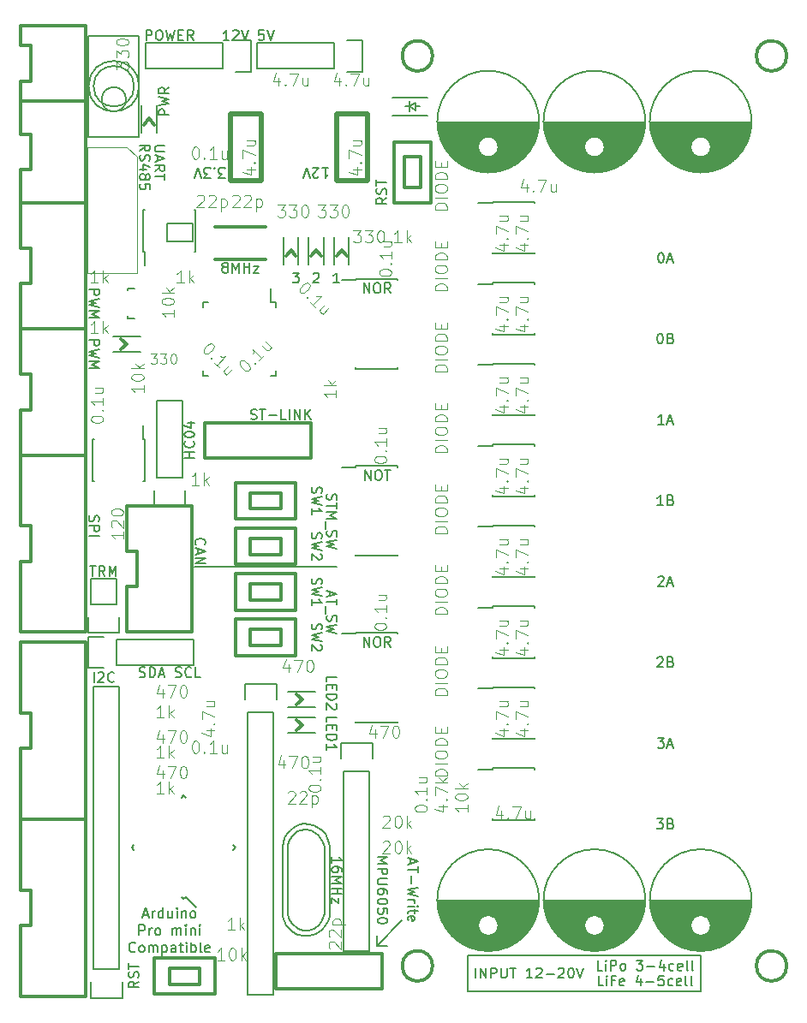
<source format=gbr>
G04 #@! TF.FileFunction,Legend,Top*
%FSLAX46Y46*%
G04 Gerber Fmt 4.6, Leading zero omitted, Abs format (unit mm)*
G04 Created by KiCad (PCBNEW 4.0.6) date 08/21/17 17:22:48*
%MOMM*%
%LPD*%
G01*
G04 APERTURE LIST*
%ADD10C,0.100000*%
%ADD11C,0.200000*%
%ADD12C,0.300000*%
%ADD13C,0.150000*%
%ADD14C,0.500000*%
%ADD15C,0.120000*%
%ADD16C,0.101600*%
G04 APERTURE END LIST*
D10*
D11*
X67000000Y-92000000D02*
X67000000Y-95500000D01*
X44000000Y-95500000D02*
X44000000Y-92000000D01*
X67000000Y-95500000D02*
X44000000Y-95500000D01*
X67000000Y-92000000D02*
X44000000Y-92000000D01*
X44738095Y-94202381D02*
X44738095Y-93202381D01*
X45214285Y-94202381D02*
X45214285Y-93202381D01*
X45785714Y-94202381D01*
X45785714Y-93202381D01*
X46261904Y-94202381D02*
X46261904Y-93202381D01*
X46642857Y-93202381D01*
X46738095Y-93250000D01*
X46785714Y-93297619D01*
X46833333Y-93392857D01*
X46833333Y-93535714D01*
X46785714Y-93630952D01*
X46738095Y-93678571D01*
X46642857Y-93726190D01*
X46261904Y-93726190D01*
X47261904Y-93202381D02*
X47261904Y-94011905D01*
X47309523Y-94107143D01*
X47357142Y-94154762D01*
X47452380Y-94202381D01*
X47642857Y-94202381D01*
X47738095Y-94154762D01*
X47785714Y-94107143D01*
X47833333Y-94011905D01*
X47833333Y-93202381D01*
X48166666Y-93202381D02*
X48738095Y-93202381D01*
X48452380Y-94202381D02*
X48452380Y-93202381D01*
X50357143Y-94202381D02*
X49785714Y-94202381D01*
X50071428Y-94202381D02*
X50071428Y-93202381D01*
X49976190Y-93345238D01*
X49880952Y-93440476D01*
X49785714Y-93488095D01*
X50738095Y-93297619D02*
X50785714Y-93250000D01*
X50880952Y-93202381D01*
X51119048Y-93202381D01*
X51214286Y-93250000D01*
X51261905Y-93297619D01*
X51309524Y-93392857D01*
X51309524Y-93488095D01*
X51261905Y-93630952D01*
X50690476Y-94202381D01*
X51309524Y-94202381D01*
X51738095Y-93821429D02*
X52500000Y-93821429D01*
X52928571Y-93297619D02*
X52976190Y-93250000D01*
X53071428Y-93202381D01*
X53309524Y-93202381D01*
X53404762Y-93250000D01*
X53452381Y-93297619D01*
X53500000Y-93392857D01*
X53500000Y-93488095D01*
X53452381Y-93630952D01*
X52880952Y-94202381D01*
X53500000Y-94202381D01*
X54119047Y-93202381D02*
X54214286Y-93202381D01*
X54309524Y-93250000D01*
X54357143Y-93297619D01*
X54404762Y-93392857D01*
X54452381Y-93583333D01*
X54452381Y-93821429D01*
X54404762Y-94011905D01*
X54357143Y-94107143D01*
X54309524Y-94154762D01*
X54214286Y-94202381D01*
X54119047Y-94202381D01*
X54023809Y-94154762D01*
X53976190Y-94107143D01*
X53928571Y-94011905D01*
X53880952Y-93821429D01*
X53880952Y-93583333D01*
X53928571Y-93392857D01*
X53976190Y-93297619D01*
X54023809Y-93250000D01*
X54119047Y-93202381D01*
X54738095Y-93202381D02*
X55071428Y-94202381D01*
X55404762Y-93202381D01*
X57380952Y-94952381D02*
X56904761Y-94952381D01*
X56904761Y-93952381D01*
X57714285Y-94952381D02*
X57714285Y-94285714D01*
X57714285Y-93952381D02*
X57666666Y-94000000D01*
X57714285Y-94047619D01*
X57761904Y-94000000D01*
X57714285Y-93952381D01*
X57714285Y-94047619D01*
X58523809Y-94428571D02*
X58190475Y-94428571D01*
X58190475Y-94952381D02*
X58190475Y-93952381D01*
X58666666Y-93952381D01*
X59428571Y-94904762D02*
X59333333Y-94952381D01*
X59142856Y-94952381D01*
X59047618Y-94904762D01*
X58999999Y-94809524D01*
X58999999Y-94428571D01*
X59047618Y-94333333D01*
X59142856Y-94285714D01*
X59333333Y-94285714D01*
X59428571Y-94333333D01*
X59476190Y-94428571D01*
X59476190Y-94523810D01*
X58999999Y-94619048D01*
X61095238Y-94285714D02*
X61095238Y-94952381D01*
X60857142Y-93904762D02*
X60619047Y-94619048D01*
X61238095Y-94619048D01*
X61619047Y-94571429D02*
X62380952Y-94571429D01*
X63333333Y-93952381D02*
X62857142Y-93952381D01*
X62809523Y-94428571D01*
X62857142Y-94380952D01*
X62952380Y-94333333D01*
X63190476Y-94333333D01*
X63285714Y-94380952D01*
X63333333Y-94428571D01*
X63380952Y-94523810D01*
X63380952Y-94761905D01*
X63333333Y-94857143D01*
X63285714Y-94904762D01*
X63190476Y-94952381D01*
X62952380Y-94952381D01*
X62857142Y-94904762D01*
X62809523Y-94857143D01*
X64238095Y-94904762D02*
X64142857Y-94952381D01*
X63952380Y-94952381D01*
X63857142Y-94904762D01*
X63809523Y-94857143D01*
X63761904Y-94761905D01*
X63761904Y-94476190D01*
X63809523Y-94380952D01*
X63857142Y-94333333D01*
X63952380Y-94285714D01*
X64142857Y-94285714D01*
X64238095Y-94333333D01*
X65047619Y-94904762D02*
X64952381Y-94952381D01*
X64761904Y-94952381D01*
X64666666Y-94904762D01*
X64619047Y-94809524D01*
X64619047Y-94428571D01*
X64666666Y-94333333D01*
X64761904Y-94285714D01*
X64952381Y-94285714D01*
X65047619Y-94333333D01*
X65095238Y-94428571D01*
X65095238Y-94523810D01*
X64619047Y-94619048D01*
X65666666Y-94952381D02*
X65571428Y-94904762D01*
X65523809Y-94809524D01*
X65523809Y-93952381D01*
X66190476Y-94952381D02*
X66095238Y-94904762D01*
X66047619Y-94809524D01*
X66047619Y-93952381D01*
X57285714Y-93452381D02*
X56809523Y-93452381D01*
X56809523Y-92452381D01*
X57619047Y-93452381D02*
X57619047Y-92785714D01*
X57619047Y-92452381D02*
X57571428Y-92500000D01*
X57619047Y-92547619D01*
X57666666Y-92500000D01*
X57619047Y-92452381D01*
X57619047Y-92547619D01*
X58095237Y-93452381D02*
X58095237Y-92452381D01*
X58476190Y-92452381D01*
X58571428Y-92500000D01*
X58619047Y-92547619D01*
X58666666Y-92642857D01*
X58666666Y-92785714D01*
X58619047Y-92880952D01*
X58571428Y-92928571D01*
X58476190Y-92976190D01*
X58095237Y-92976190D01*
X59238094Y-93452381D02*
X59142856Y-93404762D01*
X59095237Y-93357143D01*
X59047618Y-93261905D01*
X59047618Y-92976190D01*
X59095237Y-92880952D01*
X59142856Y-92833333D01*
X59238094Y-92785714D01*
X59380952Y-92785714D01*
X59476190Y-92833333D01*
X59523809Y-92880952D01*
X59571428Y-92976190D01*
X59571428Y-93261905D01*
X59523809Y-93357143D01*
X59476190Y-93404762D01*
X59380952Y-93452381D01*
X59238094Y-93452381D01*
X60666666Y-92452381D02*
X61285714Y-92452381D01*
X60952380Y-92833333D01*
X61095238Y-92833333D01*
X61190476Y-92880952D01*
X61238095Y-92928571D01*
X61285714Y-93023810D01*
X61285714Y-93261905D01*
X61238095Y-93357143D01*
X61190476Y-93404762D01*
X61095238Y-93452381D01*
X60809523Y-93452381D01*
X60714285Y-93404762D01*
X60666666Y-93357143D01*
X61714285Y-93071429D02*
X62476190Y-93071429D01*
X63380952Y-92785714D02*
X63380952Y-93452381D01*
X63142856Y-92404762D02*
X62904761Y-93119048D01*
X63523809Y-93119048D01*
X64333333Y-93404762D02*
X64238095Y-93452381D01*
X64047618Y-93452381D01*
X63952380Y-93404762D01*
X63904761Y-93357143D01*
X63857142Y-93261905D01*
X63857142Y-92976190D01*
X63904761Y-92880952D01*
X63952380Y-92833333D01*
X64047618Y-92785714D01*
X64238095Y-92785714D01*
X64333333Y-92833333D01*
X65142857Y-93404762D02*
X65047619Y-93452381D01*
X64857142Y-93452381D01*
X64761904Y-93404762D01*
X64714285Y-93309524D01*
X64714285Y-92928571D01*
X64761904Y-92833333D01*
X64857142Y-92785714D01*
X65047619Y-92785714D01*
X65142857Y-92833333D01*
X65190476Y-92928571D01*
X65190476Y-93023810D01*
X64714285Y-93119048D01*
X65761904Y-93452381D02*
X65666666Y-93404762D01*
X65619047Y-93309524D01*
X65619047Y-92452381D01*
X66285714Y-93452381D02*
X66190476Y-93404762D01*
X66142857Y-93309524D01*
X66142857Y-92452381D01*
X11904762Y-87966667D02*
X12380953Y-87966667D01*
X11809524Y-88252381D02*
X12142857Y-87252381D01*
X12476191Y-88252381D01*
X12809524Y-88252381D02*
X12809524Y-87585714D01*
X12809524Y-87776190D02*
X12857143Y-87680952D01*
X12904762Y-87633333D01*
X13000000Y-87585714D01*
X13095239Y-87585714D01*
X13857144Y-88252381D02*
X13857144Y-87252381D01*
X13857144Y-88204762D02*
X13761906Y-88252381D01*
X13571429Y-88252381D01*
X13476191Y-88204762D01*
X13428572Y-88157143D01*
X13380953Y-88061905D01*
X13380953Y-87776190D01*
X13428572Y-87680952D01*
X13476191Y-87633333D01*
X13571429Y-87585714D01*
X13761906Y-87585714D01*
X13857144Y-87633333D01*
X14761906Y-87585714D02*
X14761906Y-88252381D01*
X14333334Y-87585714D02*
X14333334Y-88109524D01*
X14380953Y-88204762D01*
X14476191Y-88252381D01*
X14619049Y-88252381D01*
X14714287Y-88204762D01*
X14761906Y-88157143D01*
X15238096Y-88252381D02*
X15238096Y-87585714D01*
X15238096Y-87252381D02*
X15190477Y-87300000D01*
X15238096Y-87347619D01*
X15285715Y-87300000D01*
X15238096Y-87252381D01*
X15238096Y-87347619D01*
X15714286Y-87585714D02*
X15714286Y-88252381D01*
X15714286Y-87680952D02*
X15761905Y-87633333D01*
X15857143Y-87585714D01*
X16000001Y-87585714D01*
X16095239Y-87633333D01*
X16142858Y-87728571D01*
X16142858Y-88252381D01*
X16761905Y-88252381D02*
X16666667Y-88204762D01*
X16619048Y-88157143D01*
X16571429Y-88061905D01*
X16571429Y-87776190D01*
X16619048Y-87680952D01*
X16666667Y-87633333D01*
X16761905Y-87585714D01*
X16904763Y-87585714D01*
X17000001Y-87633333D01*
X17047620Y-87680952D01*
X17095239Y-87776190D01*
X17095239Y-88061905D01*
X17047620Y-88157143D01*
X17000001Y-88204762D01*
X16904763Y-88252381D01*
X16761905Y-88252381D01*
X11500000Y-89952381D02*
X11500000Y-88952381D01*
X11880953Y-88952381D01*
X11976191Y-89000000D01*
X12023810Y-89047619D01*
X12071429Y-89142857D01*
X12071429Y-89285714D01*
X12023810Y-89380952D01*
X11976191Y-89428571D01*
X11880953Y-89476190D01*
X11500000Y-89476190D01*
X12500000Y-89952381D02*
X12500000Y-89285714D01*
X12500000Y-89476190D02*
X12547619Y-89380952D01*
X12595238Y-89333333D01*
X12690476Y-89285714D01*
X12785715Y-89285714D01*
X13261905Y-89952381D02*
X13166667Y-89904762D01*
X13119048Y-89857143D01*
X13071429Y-89761905D01*
X13071429Y-89476190D01*
X13119048Y-89380952D01*
X13166667Y-89333333D01*
X13261905Y-89285714D01*
X13404763Y-89285714D01*
X13500001Y-89333333D01*
X13547620Y-89380952D01*
X13595239Y-89476190D01*
X13595239Y-89761905D01*
X13547620Y-89857143D01*
X13500001Y-89904762D01*
X13404763Y-89952381D01*
X13261905Y-89952381D01*
X14785715Y-89952381D02*
X14785715Y-89285714D01*
X14785715Y-89380952D02*
X14833334Y-89333333D01*
X14928572Y-89285714D01*
X15071430Y-89285714D01*
X15166668Y-89333333D01*
X15214287Y-89428571D01*
X15214287Y-89952381D01*
X15214287Y-89428571D02*
X15261906Y-89333333D01*
X15357144Y-89285714D01*
X15500001Y-89285714D01*
X15595239Y-89333333D01*
X15642858Y-89428571D01*
X15642858Y-89952381D01*
X16119048Y-89952381D02*
X16119048Y-89285714D01*
X16119048Y-88952381D02*
X16071429Y-89000000D01*
X16119048Y-89047619D01*
X16166667Y-89000000D01*
X16119048Y-88952381D01*
X16119048Y-89047619D01*
X16595238Y-89285714D02*
X16595238Y-89952381D01*
X16595238Y-89380952D02*
X16642857Y-89333333D01*
X16738095Y-89285714D01*
X16880953Y-89285714D01*
X16976191Y-89333333D01*
X17023810Y-89428571D01*
X17023810Y-89952381D01*
X17500000Y-89952381D02*
X17500000Y-89285714D01*
X17500000Y-88952381D02*
X17452381Y-89000000D01*
X17500000Y-89047619D01*
X17547619Y-89000000D01*
X17500000Y-88952381D01*
X17500000Y-89047619D01*
X11119048Y-91557143D02*
X11071429Y-91604762D01*
X10928572Y-91652381D01*
X10833334Y-91652381D01*
X10690476Y-91604762D01*
X10595238Y-91509524D01*
X10547619Y-91414286D01*
X10500000Y-91223810D01*
X10500000Y-91080952D01*
X10547619Y-90890476D01*
X10595238Y-90795238D01*
X10690476Y-90700000D01*
X10833334Y-90652381D01*
X10928572Y-90652381D01*
X11071429Y-90700000D01*
X11119048Y-90747619D01*
X11690476Y-91652381D02*
X11595238Y-91604762D01*
X11547619Y-91557143D01*
X11500000Y-91461905D01*
X11500000Y-91176190D01*
X11547619Y-91080952D01*
X11595238Y-91033333D01*
X11690476Y-90985714D01*
X11833334Y-90985714D01*
X11928572Y-91033333D01*
X11976191Y-91080952D01*
X12023810Y-91176190D01*
X12023810Y-91461905D01*
X11976191Y-91557143D01*
X11928572Y-91604762D01*
X11833334Y-91652381D01*
X11690476Y-91652381D01*
X12452381Y-91652381D02*
X12452381Y-90985714D01*
X12452381Y-91080952D02*
X12500000Y-91033333D01*
X12595238Y-90985714D01*
X12738096Y-90985714D01*
X12833334Y-91033333D01*
X12880953Y-91128571D01*
X12880953Y-91652381D01*
X12880953Y-91128571D02*
X12928572Y-91033333D01*
X13023810Y-90985714D01*
X13166667Y-90985714D01*
X13261905Y-91033333D01*
X13309524Y-91128571D01*
X13309524Y-91652381D01*
X13785714Y-90985714D02*
X13785714Y-91985714D01*
X13785714Y-91033333D02*
X13880952Y-90985714D01*
X14071429Y-90985714D01*
X14166667Y-91033333D01*
X14214286Y-91080952D01*
X14261905Y-91176190D01*
X14261905Y-91461905D01*
X14214286Y-91557143D01*
X14166667Y-91604762D01*
X14071429Y-91652381D01*
X13880952Y-91652381D01*
X13785714Y-91604762D01*
X15119048Y-91652381D02*
X15119048Y-91128571D01*
X15071429Y-91033333D01*
X14976191Y-90985714D01*
X14785714Y-90985714D01*
X14690476Y-91033333D01*
X15119048Y-91604762D02*
X15023810Y-91652381D01*
X14785714Y-91652381D01*
X14690476Y-91604762D01*
X14642857Y-91509524D01*
X14642857Y-91414286D01*
X14690476Y-91319048D01*
X14785714Y-91271429D01*
X15023810Y-91271429D01*
X15119048Y-91223810D01*
X15452381Y-90985714D02*
X15833333Y-90985714D01*
X15595238Y-90652381D02*
X15595238Y-91509524D01*
X15642857Y-91604762D01*
X15738095Y-91652381D01*
X15833333Y-91652381D01*
X16166667Y-91652381D02*
X16166667Y-90985714D01*
X16166667Y-90652381D02*
X16119048Y-90700000D01*
X16166667Y-90747619D01*
X16214286Y-90700000D01*
X16166667Y-90652381D01*
X16166667Y-90747619D01*
X16642857Y-91652381D02*
X16642857Y-90652381D01*
X16642857Y-91033333D02*
X16738095Y-90985714D01*
X16928572Y-90985714D01*
X17023810Y-91033333D01*
X17071429Y-91080952D01*
X17119048Y-91176190D01*
X17119048Y-91461905D01*
X17071429Y-91557143D01*
X17023810Y-91604762D01*
X16928572Y-91652381D01*
X16738095Y-91652381D01*
X16642857Y-91604762D01*
X17690476Y-91652381D02*
X17595238Y-91604762D01*
X17547619Y-91509524D01*
X17547619Y-90652381D01*
X18452382Y-91604762D02*
X18357144Y-91652381D01*
X18166667Y-91652381D01*
X18071429Y-91604762D01*
X18023810Y-91509524D01*
X18023810Y-91128571D01*
X18071429Y-91033333D01*
X18166667Y-90985714D01*
X18357144Y-90985714D01*
X18452382Y-91033333D01*
X18500001Y-91128571D01*
X18500001Y-91223810D01*
X18023810Y-91319048D01*
X35000000Y-91000000D02*
X36000000Y-91000000D01*
X35000000Y-91000000D02*
X35000000Y-90000000D01*
X37500000Y-88500000D02*
X35000000Y-91000000D01*
X38333333Y-82428571D02*
X38333333Y-82904762D01*
X38047619Y-82333333D02*
X39047619Y-82666666D01*
X38047619Y-83000000D01*
X39047619Y-83190476D02*
X39047619Y-83761905D01*
X38047619Y-83476190D02*
X39047619Y-83476190D01*
X38428571Y-84095238D02*
X38428571Y-84857143D01*
X39047619Y-85238095D02*
X38047619Y-85476190D01*
X38761905Y-85666667D01*
X38047619Y-85857143D01*
X39047619Y-86095238D01*
X38047619Y-86476190D02*
X38714286Y-86476190D01*
X38523810Y-86476190D02*
X38619048Y-86523809D01*
X38666667Y-86571428D01*
X38714286Y-86666666D01*
X38714286Y-86761905D01*
X38047619Y-87095238D02*
X38714286Y-87095238D01*
X39047619Y-87095238D02*
X39000000Y-87047619D01*
X38952381Y-87095238D01*
X39000000Y-87142857D01*
X39047619Y-87095238D01*
X38952381Y-87095238D01*
X38714286Y-87428571D02*
X38714286Y-87809523D01*
X39047619Y-87571428D02*
X38190476Y-87571428D01*
X38095238Y-87619047D01*
X38047619Y-87714285D01*
X38047619Y-87809523D01*
X38095238Y-88523810D02*
X38047619Y-88428572D01*
X38047619Y-88238095D01*
X38095238Y-88142857D01*
X38190476Y-88095238D01*
X38571429Y-88095238D01*
X38666667Y-88142857D01*
X38714286Y-88238095D01*
X38714286Y-88428572D01*
X38666667Y-88523810D01*
X38571429Y-88571429D01*
X38476190Y-88571429D01*
X38380952Y-88095238D01*
X33690476Y-61452381D02*
X33690476Y-60452381D01*
X34261905Y-61452381D01*
X34261905Y-60452381D01*
X34928571Y-60452381D02*
X35119048Y-60452381D01*
X35214286Y-60500000D01*
X35309524Y-60595238D01*
X35357143Y-60785714D01*
X35357143Y-61119048D01*
X35309524Y-61309524D01*
X35214286Y-61404762D01*
X35119048Y-61452381D01*
X34928571Y-61452381D01*
X34833333Y-61404762D01*
X34738095Y-61309524D01*
X34690476Y-61119048D01*
X34690476Y-60785714D01*
X34738095Y-60595238D01*
X34833333Y-60500000D01*
X34928571Y-60452381D01*
X36357143Y-61452381D02*
X36023809Y-60976190D01*
X35785714Y-61452381D02*
X35785714Y-60452381D01*
X36166667Y-60452381D01*
X36261905Y-60500000D01*
X36309524Y-60547619D01*
X36357143Y-60642857D01*
X36357143Y-60785714D01*
X36309524Y-60880952D01*
X36261905Y-60928571D01*
X36166667Y-60976190D01*
X35785714Y-60976190D01*
X33690476Y-26452381D02*
X33690476Y-25452381D01*
X34261905Y-26452381D01*
X34261905Y-25452381D01*
X34928571Y-25452381D02*
X35119048Y-25452381D01*
X35214286Y-25500000D01*
X35309524Y-25595238D01*
X35357143Y-25785714D01*
X35357143Y-26119048D01*
X35309524Y-26309524D01*
X35214286Y-26404762D01*
X35119048Y-26452381D01*
X34928571Y-26452381D01*
X34833333Y-26404762D01*
X34738095Y-26309524D01*
X34690476Y-26119048D01*
X34690476Y-25785714D01*
X34738095Y-25595238D01*
X34833333Y-25500000D01*
X34928571Y-25452381D01*
X36357143Y-26452381D02*
X36023809Y-25976190D01*
X35785714Y-26452381D02*
X35785714Y-25452381D01*
X36166667Y-25452381D01*
X36261905Y-25500000D01*
X36309524Y-25547619D01*
X36357143Y-25642857D01*
X36357143Y-25785714D01*
X36309524Y-25880952D01*
X36261905Y-25928571D01*
X36166667Y-25976190D01*
X35785714Y-25976190D01*
X33809524Y-44952381D02*
X33809524Y-43952381D01*
X34380953Y-44952381D01*
X34380953Y-43952381D01*
X35047619Y-43952381D02*
X35238096Y-43952381D01*
X35333334Y-44000000D01*
X35428572Y-44095238D01*
X35476191Y-44285714D01*
X35476191Y-44619048D01*
X35428572Y-44809524D01*
X35333334Y-44904762D01*
X35238096Y-44952381D01*
X35047619Y-44952381D01*
X34952381Y-44904762D01*
X34857143Y-44809524D01*
X34809524Y-44619048D01*
X34809524Y-44285714D01*
X34857143Y-44095238D01*
X34952381Y-44000000D01*
X35047619Y-43952381D01*
X35761905Y-43952381D02*
X36333334Y-43952381D01*
X36047619Y-44952381D02*
X36047619Y-43952381D01*
X19904762Y-23880952D02*
X19809524Y-23833333D01*
X19761905Y-23785714D01*
X19714286Y-23690476D01*
X19714286Y-23642857D01*
X19761905Y-23547619D01*
X19809524Y-23500000D01*
X19904762Y-23452381D01*
X20095239Y-23452381D01*
X20190477Y-23500000D01*
X20238096Y-23547619D01*
X20285715Y-23642857D01*
X20285715Y-23690476D01*
X20238096Y-23785714D01*
X20190477Y-23833333D01*
X20095239Y-23880952D01*
X19904762Y-23880952D01*
X19809524Y-23928571D01*
X19761905Y-23976190D01*
X19714286Y-24071429D01*
X19714286Y-24261905D01*
X19761905Y-24357143D01*
X19809524Y-24404762D01*
X19904762Y-24452381D01*
X20095239Y-24452381D01*
X20190477Y-24404762D01*
X20238096Y-24357143D01*
X20285715Y-24261905D01*
X20285715Y-24071429D01*
X20238096Y-23976190D01*
X20190477Y-23928571D01*
X20095239Y-23880952D01*
X20714286Y-24452381D02*
X20714286Y-23452381D01*
X21047620Y-24166667D01*
X21380953Y-23452381D01*
X21380953Y-24452381D01*
X21857143Y-24452381D02*
X21857143Y-23452381D01*
X21857143Y-23928571D02*
X22428572Y-23928571D01*
X22428572Y-24452381D02*
X22428572Y-23452381D01*
X22809524Y-23785714D02*
X23333334Y-23785714D01*
X22809524Y-24452381D01*
X23333334Y-24452381D01*
X30547619Y-82809524D02*
X30547619Y-82238095D01*
X30547619Y-82523809D02*
X31547619Y-82523809D01*
X31404762Y-82428571D01*
X31309524Y-82333333D01*
X31261905Y-82238095D01*
X31547619Y-83666667D02*
X31547619Y-83476190D01*
X31500000Y-83380952D01*
X31452381Y-83333333D01*
X31309524Y-83238095D01*
X31119048Y-83190476D01*
X30738095Y-83190476D01*
X30642857Y-83238095D01*
X30595238Y-83285714D01*
X30547619Y-83380952D01*
X30547619Y-83571429D01*
X30595238Y-83666667D01*
X30642857Y-83714286D01*
X30738095Y-83761905D01*
X30976190Y-83761905D01*
X31071429Y-83714286D01*
X31119048Y-83666667D01*
X31166667Y-83571429D01*
X31166667Y-83380952D01*
X31119048Y-83285714D01*
X31071429Y-83238095D01*
X30976190Y-83190476D01*
X30547619Y-84190476D02*
X31547619Y-84190476D01*
X30833333Y-84523810D01*
X31547619Y-84857143D01*
X30547619Y-84857143D01*
X30547619Y-85333333D02*
X31547619Y-85333333D01*
X31071429Y-85333333D02*
X31071429Y-85904762D01*
X30547619Y-85904762D02*
X31547619Y-85904762D01*
X31214286Y-86285714D02*
X31214286Y-86809524D01*
X30547619Y-86285714D01*
X30547619Y-86809524D01*
X11452381Y-94547619D02*
X10976190Y-94880953D01*
X11452381Y-95119048D02*
X10452381Y-95119048D01*
X10452381Y-94738095D01*
X10500000Y-94642857D01*
X10547619Y-94595238D01*
X10642857Y-94547619D01*
X10785714Y-94547619D01*
X10880952Y-94595238D01*
X10928571Y-94642857D01*
X10976190Y-94738095D01*
X10976190Y-95119048D01*
X11404762Y-94166667D02*
X11452381Y-94023810D01*
X11452381Y-93785714D01*
X11404762Y-93690476D01*
X11357143Y-93642857D01*
X11261905Y-93595238D01*
X11166667Y-93595238D01*
X11071429Y-93642857D01*
X11023810Y-93690476D01*
X10976190Y-93785714D01*
X10928571Y-93976191D01*
X10880952Y-94071429D01*
X10833333Y-94119048D01*
X10738095Y-94166667D01*
X10642857Y-94166667D01*
X10547619Y-94119048D01*
X10500000Y-94071429D01*
X10452381Y-93976191D01*
X10452381Y-93738095D01*
X10500000Y-93595238D01*
X10452381Y-93309524D02*
X10452381Y-92738095D01*
X11452381Y-93023810D02*
X10452381Y-93023810D01*
X11523809Y-64404762D02*
X11666666Y-64452381D01*
X11904762Y-64452381D01*
X12000000Y-64404762D01*
X12047619Y-64357143D01*
X12095238Y-64261905D01*
X12095238Y-64166667D01*
X12047619Y-64071429D01*
X12000000Y-64023810D01*
X11904762Y-63976190D01*
X11714285Y-63928571D01*
X11619047Y-63880952D01*
X11571428Y-63833333D01*
X11523809Y-63738095D01*
X11523809Y-63642857D01*
X11571428Y-63547619D01*
X11619047Y-63500000D01*
X11714285Y-63452381D01*
X11952381Y-63452381D01*
X12095238Y-63500000D01*
X12523809Y-64452381D02*
X12523809Y-63452381D01*
X12761904Y-63452381D01*
X12904762Y-63500000D01*
X13000000Y-63595238D01*
X13047619Y-63690476D01*
X13095238Y-63880952D01*
X13095238Y-64023810D01*
X13047619Y-64214286D01*
X13000000Y-64309524D01*
X12904762Y-64404762D01*
X12761904Y-64452381D01*
X12523809Y-64452381D01*
X13476190Y-64166667D02*
X13952381Y-64166667D01*
X13380952Y-64452381D02*
X13714285Y-63452381D01*
X14047619Y-64452381D01*
X15095238Y-64404762D02*
X15238095Y-64452381D01*
X15476191Y-64452381D01*
X15571429Y-64404762D01*
X15619048Y-64357143D01*
X15666667Y-64261905D01*
X15666667Y-64166667D01*
X15619048Y-64071429D01*
X15571429Y-64023810D01*
X15476191Y-63976190D01*
X15285714Y-63928571D01*
X15190476Y-63880952D01*
X15142857Y-63833333D01*
X15095238Y-63738095D01*
X15095238Y-63642857D01*
X15142857Y-63547619D01*
X15190476Y-63500000D01*
X15285714Y-63452381D01*
X15523810Y-63452381D01*
X15666667Y-63500000D01*
X16666667Y-64357143D02*
X16619048Y-64404762D01*
X16476191Y-64452381D01*
X16380953Y-64452381D01*
X16238095Y-64404762D01*
X16142857Y-64309524D01*
X16095238Y-64214286D01*
X16047619Y-64023810D01*
X16047619Y-63880952D01*
X16095238Y-63690476D01*
X16142857Y-63595238D01*
X16238095Y-63500000D01*
X16380953Y-63452381D01*
X16476191Y-63452381D01*
X16619048Y-63500000D01*
X16666667Y-63547619D01*
X17571429Y-64452381D02*
X17095238Y-64452381D01*
X17095238Y-63452381D01*
X7023810Y-64952381D02*
X7023810Y-63952381D01*
X7452381Y-64047619D02*
X7500000Y-64000000D01*
X7595238Y-63952381D01*
X7833334Y-63952381D01*
X7928572Y-64000000D01*
X7976191Y-64047619D01*
X8023810Y-64142857D01*
X8023810Y-64238095D01*
X7976191Y-64380952D01*
X7404762Y-64952381D01*
X8023810Y-64952381D01*
X9023810Y-64857143D02*
X8976191Y-64904762D01*
X8833334Y-64952381D01*
X8738096Y-64952381D01*
X8595238Y-64904762D01*
X8500000Y-64809524D01*
X8452381Y-64714286D01*
X8404762Y-64523810D01*
X8404762Y-64380952D01*
X8452381Y-64190476D01*
X8500000Y-64095238D01*
X8595238Y-64000000D01*
X8738096Y-63952381D01*
X8833334Y-63952381D01*
X8976191Y-64000000D01*
X9023810Y-64047619D01*
X62666667Y-78452381D02*
X63285715Y-78452381D01*
X62952381Y-78833333D01*
X63095239Y-78833333D01*
X63190477Y-78880952D01*
X63238096Y-78928571D01*
X63285715Y-79023810D01*
X63285715Y-79261905D01*
X63238096Y-79357143D01*
X63190477Y-79404762D01*
X63095239Y-79452381D01*
X62809524Y-79452381D01*
X62714286Y-79404762D01*
X62666667Y-79357143D01*
X64047620Y-78928571D02*
X64190477Y-78976190D01*
X64238096Y-79023810D01*
X64285715Y-79119048D01*
X64285715Y-79261905D01*
X64238096Y-79357143D01*
X64190477Y-79404762D01*
X64095239Y-79452381D01*
X63714286Y-79452381D01*
X63714286Y-78452381D01*
X64047620Y-78452381D01*
X64142858Y-78500000D01*
X64190477Y-78547619D01*
X64238096Y-78642857D01*
X64238096Y-78738095D01*
X64190477Y-78833333D01*
X64142858Y-78880952D01*
X64047620Y-78928571D01*
X63714286Y-78928571D01*
X62738095Y-70452381D02*
X63357143Y-70452381D01*
X63023809Y-70833333D01*
X63166667Y-70833333D01*
X63261905Y-70880952D01*
X63309524Y-70928571D01*
X63357143Y-71023810D01*
X63357143Y-71261905D01*
X63309524Y-71357143D01*
X63261905Y-71404762D01*
X63166667Y-71452381D01*
X62880952Y-71452381D01*
X62785714Y-71404762D01*
X62738095Y-71357143D01*
X63738095Y-71166667D02*
X64214286Y-71166667D01*
X63642857Y-71452381D02*
X63976190Y-70452381D01*
X64309524Y-71452381D01*
X62714286Y-62547619D02*
X62761905Y-62500000D01*
X62857143Y-62452381D01*
X63095239Y-62452381D01*
X63190477Y-62500000D01*
X63238096Y-62547619D01*
X63285715Y-62642857D01*
X63285715Y-62738095D01*
X63238096Y-62880952D01*
X62666667Y-63452381D01*
X63285715Y-63452381D01*
X64047620Y-62928571D02*
X64190477Y-62976190D01*
X64238096Y-63023810D01*
X64285715Y-63119048D01*
X64285715Y-63261905D01*
X64238096Y-63357143D01*
X64190477Y-63404762D01*
X64095239Y-63452381D01*
X63714286Y-63452381D01*
X63714286Y-62452381D01*
X64047620Y-62452381D01*
X64142858Y-62500000D01*
X64190477Y-62547619D01*
X64238096Y-62642857D01*
X64238096Y-62738095D01*
X64190477Y-62833333D01*
X64142858Y-62880952D01*
X64047620Y-62928571D01*
X63714286Y-62928571D01*
X62785714Y-54547619D02*
X62833333Y-54500000D01*
X62928571Y-54452381D01*
X63166667Y-54452381D01*
X63261905Y-54500000D01*
X63309524Y-54547619D01*
X63357143Y-54642857D01*
X63357143Y-54738095D01*
X63309524Y-54880952D01*
X62738095Y-55452381D01*
X63357143Y-55452381D01*
X63738095Y-55166667D02*
X64214286Y-55166667D01*
X63642857Y-55452381D02*
X63976190Y-54452381D01*
X64309524Y-55452381D01*
X63285715Y-47452381D02*
X62714286Y-47452381D01*
X63000000Y-47452381D02*
X63000000Y-46452381D01*
X62904762Y-46595238D01*
X62809524Y-46690476D01*
X62714286Y-46738095D01*
X64047620Y-46928571D02*
X64190477Y-46976190D01*
X64238096Y-47023810D01*
X64285715Y-47119048D01*
X64285715Y-47261905D01*
X64238096Y-47357143D01*
X64190477Y-47404762D01*
X64095239Y-47452381D01*
X63714286Y-47452381D01*
X63714286Y-46452381D01*
X64047620Y-46452381D01*
X64142858Y-46500000D01*
X64190477Y-46547619D01*
X64238096Y-46642857D01*
X64238096Y-46738095D01*
X64190477Y-46833333D01*
X64142858Y-46880952D01*
X64047620Y-46928571D01*
X63714286Y-46928571D01*
X63357143Y-39452381D02*
X62785714Y-39452381D01*
X63071428Y-39452381D02*
X63071428Y-38452381D01*
X62976190Y-38595238D01*
X62880952Y-38690476D01*
X62785714Y-38738095D01*
X63738095Y-39166667D02*
X64214286Y-39166667D01*
X63642857Y-39452381D02*
X63976190Y-38452381D01*
X64309524Y-39452381D01*
X62952381Y-30452381D02*
X63047620Y-30452381D01*
X63142858Y-30500000D01*
X63190477Y-30547619D01*
X63238096Y-30642857D01*
X63285715Y-30833333D01*
X63285715Y-31071429D01*
X63238096Y-31261905D01*
X63190477Y-31357143D01*
X63142858Y-31404762D01*
X63047620Y-31452381D01*
X62952381Y-31452381D01*
X62857143Y-31404762D01*
X62809524Y-31357143D01*
X62761905Y-31261905D01*
X62714286Y-31071429D01*
X62714286Y-30833333D01*
X62761905Y-30642857D01*
X62809524Y-30547619D01*
X62857143Y-30500000D01*
X62952381Y-30452381D01*
X64047620Y-30928571D02*
X64190477Y-30976190D01*
X64238096Y-31023810D01*
X64285715Y-31119048D01*
X64285715Y-31261905D01*
X64238096Y-31357143D01*
X64190477Y-31404762D01*
X64095239Y-31452381D01*
X63714286Y-31452381D01*
X63714286Y-30452381D01*
X64047620Y-30452381D01*
X64142858Y-30500000D01*
X64190477Y-30547619D01*
X64238096Y-30642857D01*
X64238096Y-30738095D01*
X64190477Y-30833333D01*
X64142858Y-30880952D01*
X64047620Y-30928571D01*
X63714286Y-30928571D01*
X63023809Y-22452381D02*
X63119048Y-22452381D01*
X63214286Y-22500000D01*
X63261905Y-22547619D01*
X63309524Y-22642857D01*
X63357143Y-22833333D01*
X63357143Y-23071429D01*
X63309524Y-23261905D01*
X63261905Y-23357143D01*
X63214286Y-23404762D01*
X63119048Y-23452381D01*
X63023809Y-23452381D01*
X62928571Y-23404762D01*
X62880952Y-23357143D01*
X62833333Y-23261905D01*
X62785714Y-23071429D01*
X62785714Y-22833333D01*
X62833333Y-22642857D01*
X62880952Y-22547619D01*
X62928571Y-22500000D01*
X63023809Y-22452381D01*
X63738095Y-23166667D02*
X64214286Y-23166667D01*
X63642857Y-23452381D02*
X63976190Y-22452381D01*
X64309524Y-23452381D01*
X16952381Y-42738095D02*
X15952381Y-42738095D01*
X16428571Y-42738095D02*
X16428571Y-42166666D01*
X16952381Y-42166666D02*
X15952381Y-42166666D01*
X16857143Y-41119047D02*
X16904762Y-41166666D01*
X16952381Y-41309523D01*
X16952381Y-41404761D01*
X16904762Y-41547619D01*
X16809524Y-41642857D01*
X16714286Y-41690476D01*
X16523810Y-41738095D01*
X16380952Y-41738095D01*
X16190476Y-41690476D01*
X16095238Y-41642857D01*
X16000000Y-41547619D01*
X15952381Y-41404761D01*
X15952381Y-41309523D01*
X16000000Y-41166666D01*
X16047619Y-41119047D01*
X15952381Y-40500000D02*
X15952381Y-40404761D01*
X16000000Y-40309523D01*
X16047619Y-40261904D01*
X16142857Y-40214285D01*
X16333333Y-40166666D01*
X16571429Y-40166666D01*
X16761905Y-40214285D01*
X16857143Y-40261904D01*
X16904762Y-40309523D01*
X16952381Y-40404761D01*
X16952381Y-40500000D01*
X16904762Y-40595238D01*
X16857143Y-40642857D01*
X16761905Y-40690476D01*
X16571429Y-40738095D01*
X16333333Y-40738095D01*
X16142857Y-40690476D01*
X16047619Y-40642857D01*
X16000000Y-40595238D01*
X15952381Y-40500000D01*
X16285714Y-39309523D02*
X16952381Y-39309523D01*
X15904762Y-39547619D02*
X16619048Y-39785714D01*
X16619048Y-39166666D01*
X22547619Y-38904762D02*
X22690476Y-38952381D01*
X22928572Y-38952381D01*
X23023810Y-38904762D01*
X23071429Y-38857143D01*
X23119048Y-38761905D01*
X23119048Y-38666667D01*
X23071429Y-38571429D01*
X23023810Y-38523810D01*
X22928572Y-38476190D01*
X22738095Y-38428571D01*
X22642857Y-38380952D01*
X22595238Y-38333333D01*
X22547619Y-38238095D01*
X22547619Y-38142857D01*
X22595238Y-38047619D01*
X22642857Y-38000000D01*
X22738095Y-37952381D01*
X22976191Y-37952381D01*
X23119048Y-38000000D01*
X23404762Y-37952381D02*
X23976191Y-37952381D01*
X23690476Y-38952381D02*
X23690476Y-37952381D01*
X24309524Y-38571429D02*
X25071429Y-38571429D01*
X26023810Y-38952381D02*
X25547619Y-38952381D01*
X25547619Y-37952381D01*
X26357143Y-38952381D02*
X26357143Y-37952381D01*
X26833333Y-38952381D02*
X26833333Y-37952381D01*
X27404762Y-38952381D01*
X27404762Y-37952381D01*
X27880952Y-38952381D02*
X27880952Y-37952381D01*
X28452381Y-38952381D02*
X28023809Y-38380952D01*
X28452381Y-37952381D02*
X27880952Y-38523810D01*
X26666667Y-24452381D02*
X27285715Y-24452381D01*
X26952381Y-24833333D01*
X27095239Y-24833333D01*
X27190477Y-24880952D01*
X27238096Y-24928571D01*
X27285715Y-25023810D01*
X27285715Y-25261905D01*
X27238096Y-25357143D01*
X27190477Y-25404762D01*
X27095239Y-25452381D01*
X26809524Y-25452381D01*
X26714286Y-25404762D01*
X26666667Y-25357143D01*
X28714286Y-24547619D02*
X28761905Y-24500000D01*
X28857143Y-24452381D01*
X29095239Y-24452381D01*
X29190477Y-24500000D01*
X29238096Y-24547619D01*
X29285715Y-24642857D01*
X29285715Y-24738095D01*
X29238096Y-24880952D01*
X28666667Y-25452381D01*
X29285715Y-25452381D01*
X31285715Y-25452381D02*
X30714286Y-25452381D01*
X31000000Y-25452381D02*
X31000000Y-24452381D01*
X30904762Y-24595238D01*
X30809524Y-24690476D01*
X30714286Y-24738095D01*
X30047619Y-68880953D02*
X30047619Y-68404762D01*
X31047619Y-68404762D01*
X30571429Y-69214286D02*
X30571429Y-69547620D01*
X30047619Y-69690477D02*
X30047619Y-69214286D01*
X31047619Y-69214286D01*
X31047619Y-69690477D01*
X30047619Y-70119048D02*
X31047619Y-70119048D01*
X31047619Y-70357143D01*
X31000000Y-70500001D01*
X30904762Y-70595239D01*
X30809524Y-70642858D01*
X30619048Y-70690477D01*
X30476190Y-70690477D01*
X30285714Y-70642858D01*
X30190476Y-70595239D01*
X30095238Y-70500001D01*
X30047619Y-70357143D01*
X30047619Y-70119048D01*
X30047619Y-71642858D02*
X30047619Y-71071429D01*
X30047619Y-71357143D02*
X31047619Y-71357143D01*
X30904762Y-71261905D01*
X30809524Y-71166667D01*
X30761905Y-71071429D01*
X30047619Y-64880953D02*
X30047619Y-64404762D01*
X31047619Y-64404762D01*
X30571429Y-65214286D02*
X30571429Y-65547620D01*
X30047619Y-65690477D02*
X30047619Y-65214286D01*
X31047619Y-65214286D01*
X31047619Y-65690477D01*
X30047619Y-66119048D02*
X31047619Y-66119048D01*
X31047619Y-66357143D01*
X31000000Y-66500001D01*
X30904762Y-66595239D01*
X30809524Y-66642858D01*
X30619048Y-66690477D01*
X30476190Y-66690477D01*
X30285714Y-66642858D01*
X30190476Y-66595239D01*
X30095238Y-66500001D01*
X30047619Y-66357143D01*
X30047619Y-66119048D01*
X30952381Y-67071429D02*
X31000000Y-67119048D01*
X31047619Y-67214286D01*
X31047619Y-67452382D01*
X31000000Y-67547620D01*
X30952381Y-67595239D01*
X30857143Y-67642858D01*
X30761905Y-67642858D01*
X30619048Y-67595239D01*
X30047619Y-67023810D01*
X30047619Y-67642858D01*
X35047619Y-82238095D02*
X36047619Y-82238095D01*
X35333333Y-82571429D01*
X36047619Y-82904762D01*
X35047619Y-82904762D01*
X35047619Y-83380952D02*
X36047619Y-83380952D01*
X36047619Y-83761905D01*
X36000000Y-83857143D01*
X35952381Y-83904762D01*
X35857143Y-83952381D01*
X35714286Y-83952381D01*
X35619048Y-83904762D01*
X35571429Y-83857143D01*
X35523810Y-83761905D01*
X35523810Y-83380952D01*
X36047619Y-84380952D02*
X35238095Y-84380952D01*
X35142857Y-84428571D01*
X35095238Y-84476190D01*
X35047619Y-84571428D01*
X35047619Y-84761905D01*
X35095238Y-84857143D01*
X35142857Y-84904762D01*
X35238095Y-84952381D01*
X36047619Y-84952381D01*
X36047619Y-85857143D02*
X36047619Y-85666666D01*
X36000000Y-85571428D01*
X35952381Y-85523809D01*
X35809524Y-85428571D01*
X35619048Y-85380952D01*
X35238095Y-85380952D01*
X35142857Y-85428571D01*
X35095238Y-85476190D01*
X35047619Y-85571428D01*
X35047619Y-85761905D01*
X35095238Y-85857143D01*
X35142857Y-85904762D01*
X35238095Y-85952381D01*
X35476190Y-85952381D01*
X35571429Y-85904762D01*
X35619048Y-85857143D01*
X35666667Y-85761905D01*
X35666667Y-85571428D01*
X35619048Y-85476190D01*
X35571429Y-85428571D01*
X35476190Y-85380952D01*
X36047619Y-86571428D02*
X36047619Y-86666667D01*
X36000000Y-86761905D01*
X35952381Y-86809524D01*
X35857143Y-86857143D01*
X35666667Y-86904762D01*
X35428571Y-86904762D01*
X35238095Y-86857143D01*
X35142857Y-86809524D01*
X35095238Y-86761905D01*
X35047619Y-86666667D01*
X35047619Y-86571428D01*
X35095238Y-86476190D01*
X35142857Y-86428571D01*
X35238095Y-86380952D01*
X35428571Y-86333333D01*
X35666667Y-86333333D01*
X35857143Y-86380952D01*
X35952381Y-86428571D01*
X36000000Y-86476190D01*
X36047619Y-86571428D01*
X36047619Y-87809524D02*
X36047619Y-87333333D01*
X35571429Y-87285714D01*
X35619048Y-87333333D01*
X35666667Y-87428571D01*
X35666667Y-87666667D01*
X35619048Y-87761905D01*
X35571429Y-87809524D01*
X35476190Y-87857143D01*
X35238095Y-87857143D01*
X35142857Y-87809524D01*
X35095238Y-87761905D01*
X35047619Y-87666667D01*
X35047619Y-87428571D01*
X35095238Y-87333333D01*
X35142857Y-87285714D01*
X36047619Y-88476190D02*
X36047619Y-88571429D01*
X36000000Y-88666667D01*
X35952381Y-88714286D01*
X35857143Y-88761905D01*
X35666667Y-88809524D01*
X35428571Y-88809524D01*
X35238095Y-88761905D01*
X35142857Y-88714286D01*
X35095238Y-88666667D01*
X35047619Y-88571429D01*
X35047619Y-88476190D01*
X35095238Y-88380952D01*
X35142857Y-88333333D01*
X35238095Y-88285714D01*
X35428571Y-88238095D01*
X35666667Y-88238095D01*
X35857143Y-88285714D01*
X35952381Y-88333333D01*
X36000000Y-88380952D01*
X36047619Y-88476190D01*
X14452381Y-8833333D02*
X13452381Y-8833333D01*
X13452381Y-8452380D01*
X13500000Y-8357142D01*
X13547619Y-8309523D01*
X13642857Y-8261904D01*
X13785714Y-8261904D01*
X13880952Y-8309523D01*
X13928571Y-8357142D01*
X13976190Y-8452380D01*
X13976190Y-8833333D01*
X13452381Y-7928571D02*
X14452381Y-7690476D01*
X13738095Y-7499999D01*
X14452381Y-7309523D01*
X13452381Y-7071428D01*
X14452381Y-6119047D02*
X13976190Y-6452381D01*
X14452381Y-6690476D02*
X13452381Y-6690476D01*
X13452381Y-6309523D01*
X13500000Y-6214285D01*
X13547619Y-6166666D01*
X13642857Y-6119047D01*
X13785714Y-6119047D01*
X13880952Y-6166666D01*
X13928571Y-6214285D01*
X13976190Y-6309523D01*
X13976190Y-6690476D01*
X35952381Y-17047619D02*
X35476190Y-17380953D01*
X35952381Y-17619048D02*
X34952381Y-17619048D01*
X34952381Y-17238095D01*
X35000000Y-17142857D01*
X35047619Y-17095238D01*
X35142857Y-17047619D01*
X35285714Y-17047619D01*
X35380952Y-17095238D01*
X35428571Y-17142857D01*
X35476190Y-17238095D01*
X35476190Y-17619048D01*
X35904762Y-16666667D02*
X35952381Y-16523810D01*
X35952381Y-16285714D01*
X35904762Y-16190476D01*
X35857143Y-16142857D01*
X35761905Y-16095238D01*
X35666667Y-16095238D01*
X35571429Y-16142857D01*
X35523810Y-16190476D01*
X35476190Y-16285714D01*
X35428571Y-16476191D01*
X35380952Y-16571429D01*
X35333333Y-16619048D01*
X35238095Y-16666667D01*
X35142857Y-16666667D01*
X35047619Y-16619048D01*
X35000000Y-16571429D01*
X34952381Y-16476191D01*
X34952381Y-16238095D01*
X35000000Y-16095238D01*
X34952381Y-15809524D02*
X34952381Y-15238095D01*
X35952381Y-15523810D02*
X34952381Y-15523810D01*
X12190476Y-1452381D02*
X12190476Y-452381D01*
X12571429Y-452381D01*
X12666667Y-500000D01*
X12714286Y-547619D01*
X12761905Y-642857D01*
X12761905Y-785714D01*
X12714286Y-880952D01*
X12666667Y-928571D01*
X12571429Y-976190D01*
X12190476Y-976190D01*
X13380952Y-452381D02*
X13571429Y-452381D01*
X13666667Y-500000D01*
X13761905Y-595238D01*
X13809524Y-785714D01*
X13809524Y-1119048D01*
X13761905Y-1309524D01*
X13666667Y-1404762D01*
X13571429Y-1452381D01*
X13380952Y-1452381D01*
X13285714Y-1404762D01*
X13190476Y-1309524D01*
X13142857Y-1119048D01*
X13142857Y-785714D01*
X13190476Y-595238D01*
X13285714Y-500000D01*
X13380952Y-452381D01*
X14142857Y-452381D02*
X14380952Y-1452381D01*
X14571429Y-738095D01*
X14761905Y-1452381D01*
X15000000Y-452381D01*
X15380952Y-928571D02*
X15714286Y-928571D01*
X15857143Y-1452381D02*
X15380952Y-1452381D01*
X15380952Y-452381D01*
X15857143Y-452381D01*
X16857143Y-1452381D02*
X16523809Y-976190D01*
X16285714Y-1452381D02*
X16285714Y-452381D01*
X16666667Y-452381D01*
X16761905Y-500000D01*
X16809524Y-547619D01*
X16857143Y-642857D01*
X16857143Y-785714D01*
X16809524Y-880952D01*
X16761905Y-928571D01*
X16666667Y-976190D01*
X16285714Y-976190D01*
X20380953Y-1452381D02*
X19809524Y-1452381D01*
X20095238Y-1452381D02*
X20095238Y-452381D01*
X20000000Y-595238D01*
X19904762Y-690476D01*
X19809524Y-738095D01*
X20761905Y-547619D02*
X20809524Y-500000D01*
X20904762Y-452381D01*
X21142858Y-452381D01*
X21238096Y-500000D01*
X21285715Y-547619D01*
X21333334Y-642857D01*
X21333334Y-738095D01*
X21285715Y-880952D01*
X20714286Y-1452381D01*
X21333334Y-1452381D01*
X21619048Y-452381D02*
X21952381Y-1452381D01*
X22285715Y-452381D01*
X23809524Y-452381D02*
X23333333Y-452381D01*
X23285714Y-928571D01*
X23333333Y-880952D01*
X23428571Y-833333D01*
X23666667Y-833333D01*
X23761905Y-880952D01*
X23809524Y-928571D01*
X23857143Y-1023810D01*
X23857143Y-1261905D01*
X23809524Y-1357143D01*
X23761905Y-1404762D01*
X23666667Y-1452381D01*
X23428571Y-1452381D01*
X23333333Y-1404762D01*
X23285714Y-1357143D01*
X24142857Y-452381D02*
X24476190Y-1452381D01*
X24809524Y-452381D01*
X29619047Y-14047619D02*
X30190476Y-14047619D01*
X29904762Y-14047619D02*
X29904762Y-15047619D01*
X30000000Y-14904762D01*
X30095238Y-14809524D01*
X30190476Y-14761905D01*
X29238095Y-14952381D02*
X29190476Y-15000000D01*
X29095238Y-15047619D01*
X28857142Y-15047619D01*
X28761904Y-15000000D01*
X28714285Y-14952381D01*
X28666666Y-14857143D01*
X28666666Y-14761905D01*
X28714285Y-14619048D01*
X29285714Y-14047619D01*
X28666666Y-14047619D01*
X28380952Y-15047619D02*
X28047619Y-14047619D01*
X27714285Y-15047619D01*
X19976190Y-15047619D02*
X19357142Y-15047619D01*
X19690476Y-14666667D01*
X19547618Y-14666667D01*
X19452380Y-14619048D01*
X19404761Y-14571429D01*
X19357142Y-14476190D01*
X19357142Y-14238095D01*
X19404761Y-14142857D01*
X19452380Y-14095238D01*
X19547618Y-14047619D01*
X19833333Y-14047619D01*
X19928571Y-14095238D01*
X19976190Y-14142857D01*
X18928571Y-14142857D02*
X18880952Y-14095238D01*
X18928571Y-14047619D01*
X18976190Y-14095238D01*
X18928571Y-14142857D01*
X18928571Y-14047619D01*
X18547619Y-15047619D02*
X17928571Y-15047619D01*
X18261905Y-14666667D01*
X18119047Y-14666667D01*
X18023809Y-14619048D01*
X17976190Y-14571429D01*
X17928571Y-14476190D01*
X17928571Y-14238095D01*
X17976190Y-14142857D01*
X18023809Y-14095238D01*
X18119047Y-14047619D01*
X18404762Y-14047619D01*
X18500000Y-14095238D01*
X18547619Y-14142857D01*
X17642857Y-15047619D02*
X17309524Y-14047619D01*
X16976190Y-15047619D01*
X14047619Y-11904762D02*
X13238095Y-11904762D01*
X13142857Y-11952381D01*
X13095238Y-12000000D01*
X13047619Y-12095238D01*
X13047619Y-12285715D01*
X13095238Y-12380953D01*
X13142857Y-12428572D01*
X13238095Y-12476191D01*
X14047619Y-12476191D01*
X13333333Y-12904762D02*
X13333333Y-13380953D01*
X13047619Y-12809524D02*
X14047619Y-13142857D01*
X13047619Y-13476191D01*
X13047619Y-14380953D02*
X13523810Y-14047619D01*
X13047619Y-13809524D02*
X14047619Y-13809524D01*
X14047619Y-14190477D01*
X14000000Y-14285715D01*
X13952381Y-14333334D01*
X13857143Y-14380953D01*
X13714286Y-14380953D01*
X13619048Y-14333334D01*
X13571429Y-14285715D01*
X13523810Y-14190477D01*
X13523810Y-13809524D01*
X14047619Y-14666667D02*
X14047619Y-15238096D01*
X13047619Y-14952381D02*
X14047619Y-14952381D01*
X11547619Y-12404762D02*
X12023810Y-12071428D01*
X11547619Y-11833333D02*
X12547619Y-11833333D01*
X12547619Y-12214286D01*
X12500000Y-12309524D01*
X12452381Y-12357143D01*
X12357143Y-12404762D01*
X12214286Y-12404762D01*
X12119048Y-12357143D01*
X12071429Y-12309524D01*
X12023810Y-12214286D01*
X12023810Y-11833333D01*
X11595238Y-12785714D02*
X11547619Y-12928571D01*
X11547619Y-13166667D01*
X11595238Y-13261905D01*
X11642857Y-13309524D01*
X11738095Y-13357143D01*
X11833333Y-13357143D01*
X11928571Y-13309524D01*
X11976190Y-13261905D01*
X12023810Y-13166667D01*
X12071429Y-12976190D01*
X12119048Y-12880952D01*
X12166667Y-12833333D01*
X12261905Y-12785714D01*
X12357143Y-12785714D01*
X12452381Y-12833333D01*
X12500000Y-12880952D01*
X12547619Y-12976190D01*
X12547619Y-13214286D01*
X12500000Y-13357143D01*
X12214286Y-14214286D02*
X11547619Y-14214286D01*
X12595238Y-13976190D02*
X11880952Y-13738095D01*
X11880952Y-14357143D01*
X12119048Y-14880952D02*
X12166667Y-14785714D01*
X12214286Y-14738095D01*
X12309524Y-14690476D01*
X12357143Y-14690476D01*
X12452381Y-14738095D01*
X12500000Y-14785714D01*
X12547619Y-14880952D01*
X12547619Y-15071429D01*
X12500000Y-15166667D01*
X12452381Y-15214286D01*
X12357143Y-15261905D01*
X12309524Y-15261905D01*
X12214286Y-15214286D01*
X12166667Y-15166667D01*
X12119048Y-15071429D01*
X12119048Y-14880952D01*
X12071429Y-14785714D01*
X12023810Y-14738095D01*
X11928571Y-14690476D01*
X11738095Y-14690476D01*
X11642857Y-14738095D01*
X11595238Y-14785714D01*
X11547619Y-14880952D01*
X11547619Y-15071429D01*
X11595238Y-15166667D01*
X11642857Y-15214286D01*
X11738095Y-15261905D01*
X11928571Y-15261905D01*
X12023810Y-15214286D01*
X12071429Y-15166667D01*
X12119048Y-15071429D01*
X12547619Y-16166667D02*
X12547619Y-15690476D01*
X12071429Y-15642857D01*
X12119048Y-15690476D01*
X12166667Y-15785714D01*
X12166667Y-16023810D01*
X12119048Y-16119048D01*
X12071429Y-16166667D01*
X11976190Y-16214286D01*
X11738095Y-16214286D01*
X11642857Y-16166667D01*
X11595238Y-16119048D01*
X11547619Y-16023810D01*
X11547619Y-15785714D01*
X11595238Y-15690476D01*
X11642857Y-15642857D01*
X6547619Y-26095238D02*
X7547619Y-26095238D01*
X7547619Y-26476191D01*
X7500000Y-26571429D01*
X7452381Y-26619048D01*
X7357143Y-26666667D01*
X7214286Y-26666667D01*
X7119048Y-26619048D01*
X7071429Y-26571429D01*
X7023810Y-26476191D01*
X7023810Y-26095238D01*
X7547619Y-27000000D02*
X6547619Y-27238095D01*
X7261905Y-27428572D01*
X6547619Y-27619048D01*
X7547619Y-27857143D01*
X6547619Y-28238095D02*
X7547619Y-28238095D01*
X6833333Y-28571429D01*
X7547619Y-28904762D01*
X6547619Y-28904762D01*
X6547619Y-31095238D02*
X7547619Y-31095238D01*
X7547619Y-31476191D01*
X7500000Y-31571429D01*
X7452381Y-31619048D01*
X7357143Y-31666667D01*
X7214286Y-31666667D01*
X7119048Y-31619048D01*
X7071429Y-31571429D01*
X7023810Y-31476191D01*
X7023810Y-31095238D01*
X7547619Y-32000000D02*
X6547619Y-32238095D01*
X7261905Y-32428572D01*
X6547619Y-32619048D01*
X7547619Y-32857143D01*
X6547619Y-33238095D02*
X7547619Y-33238095D01*
X6833333Y-33571429D01*
X7547619Y-33904762D01*
X6547619Y-33904762D01*
X6595238Y-48476191D02*
X6547619Y-48619048D01*
X6547619Y-48857144D01*
X6595238Y-48952382D01*
X6642857Y-49000001D01*
X6738095Y-49047620D01*
X6833333Y-49047620D01*
X6928571Y-49000001D01*
X6976190Y-48952382D01*
X7023810Y-48857144D01*
X7071429Y-48666667D01*
X7119048Y-48571429D01*
X7166667Y-48523810D01*
X7261905Y-48476191D01*
X7357143Y-48476191D01*
X7452381Y-48523810D01*
X7500000Y-48571429D01*
X7547619Y-48666667D01*
X7547619Y-48904763D01*
X7500000Y-49047620D01*
X6547619Y-49476191D02*
X7547619Y-49476191D01*
X7547619Y-49857144D01*
X7500000Y-49952382D01*
X7452381Y-50000001D01*
X7357143Y-50047620D01*
X7214286Y-50047620D01*
X7119048Y-50000001D01*
X7071429Y-49952382D01*
X7023810Y-49857144D01*
X7023810Y-49476191D01*
X6547619Y-50476191D02*
X7547619Y-50476191D01*
X6642857Y-53452381D02*
X7214286Y-53452381D01*
X6928571Y-54452381D02*
X6928571Y-53452381D01*
X8119048Y-54452381D02*
X7785714Y-53976190D01*
X7547619Y-54452381D02*
X7547619Y-53452381D01*
X7928572Y-53452381D01*
X8023810Y-53500000D01*
X8071429Y-53547619D01*
X8119048Y-53642857D01*
X8119048Y-53785714D01*
X8071429Y-53880952D01*
X8023810Y-53928571D01*
X7928572Y-53976190D01*
X7547619Y-53976190D01*
X8547619Y-54452381D02*
X8547619Y-53452381D01*
X8880953Y-54166667D01*
X9214286Y-53452381D01*
X9214286Y-54452381D01*
X17142857Y-51357143D02*
X17095238Y-51309524D01*
X17047619Y-51166667D01*
X17047619Y-51071429D01*
X17095238Y-50928571D01*
X17190476Y-50833333D01*
X17285714Y-50785714D01*
X17476190Y-50738095D01*
X17619048Y-50738095D01*
X17809524Y-50785714D01*
X17904762Y-50833333D01*
X18000000Y-50928571D01*
X18047619Y-51071429D01*
X18047619Y-51166667D01*
X18000000Y-51309524D01*
X17952381Y-51357143D01*
X17333333Y-51738095D02*
X17333333Y-52214286D01*
X17047619Y-51642857D02*
X18047619Y-51976190D01*
X17047619Y-52309524D01*
X17047619Y-52642857D02*
X18047619Y-52642857D01*
X17047619Y-53214286D01*
X18047619Y-53214286D01*
X30095238Y-46333333D02*
X30047619Y-46476190D01*
X30047619Y-46714286D01*
X30095238Y-46809524D01*
X30142857Y-46857143D01*
X30238095Y-46904762D01*
X30333333Y-46904762D01*
X30428571Y-46857143D01*
X30476190Y-46809524D01*
X30523810Y-46714286D01*
X30571429Y-46523809D01*
X30619048Y-46428571D01*
X30666667Y-46380952D01*
X30761905Y-46333333D01*
X30857143Y-46333333D01*
X30952381Y-46380952D01*
X31000000Y-46428571D01*
X31047619Y-46523809D01*
X31047619Y-46761905D01*
X31000000Y-46904762D01*
X31047619Y-47190476D02*
X31047619Y-47761905D01*
X30047619Y-47476190D02*
X31047619Y-47476190D01*
X30047619Y-48095238D02*
X31047619Y-48095238D01*
X30333333Y-48428572D01*
X31047619Y-48761905D01*
X30047619Y-48761905D01*
X29952381Y-49000000D02*
X29952381Y-49761905D01*
X30095238Y-49952381D02*
X30047619Y-50095238D01*
X30047619Y-50333334D01*
X30095238Y-50428572D01*
X30142857Y-50476191D01*
X30238095Y-50523810D01*
X30333333Y-50523810D01*
X30428571Y-50476191D01*
X30476190Y-50428572D01*
X30523810Y-50333334D01*
X30571429Y-50142857D01*
X30619048Y-50047619D01*
X30666667Y-50000000D01*
X30761905Y-49952381D01*
X30857143Y-49952381D01*
X30952381Y-50000000D01*
X31000000Y-50047619D01*
X31047619Y-50142857D01*
X31047619Y-50380953D01*
X31000000Y-50523810D01*
X31047619Y-50857143D02*
X30047619Y-51095238D01*
X30761905Y-51285715D01*
X30047619Y-51476191D01*
X31047619Y-51714286D01*
X28595238Y-50166667D02*
X28547619Y-50309524D01*
X28547619Y-50547620D01*
X28595238Y-50642858D01*
X28642857Y-50690477D01*
X28738095Y-50738096D01*
X28833333Y-50738096D01*
X28928571Y-50690477D01*
X28976190Y-50642858D01*
X29023810Y-50547620D01*
X29071429Y-50357143D01*
X29119048Y-50261905D01*
X29166667Y-50214286D01*
X29261905Y-50166667D01*
X29357143Y-50166667D01*
X29452381Y-50214286D01*
X29500000Y-50261905D01*
X29547619Y-50357143D01*
X29547619Y-50595239D01*
X29500000Y-50738096D01*
X29547619Y-51071429D02*
X28547619Y-51309524D01*
X29261905Y-51500001D01*
X28547619Y-51690477D01*
X29547619Y-51928572D01*
X29452381Y-52261905D02*
X29500000Y-52309524D01*
X29547619Y-52404762D01*
X29547619Y-52642858D01*
X29500000Y-52738096D01*
X29452381Y-52785715D01*
X29357143Y-52833334D01*
X29261905Y-52833334D01*
X29119048Y-52785715D01*
X28547619Y-52214286D01*
X28547619Y-52833334D01*
X28595238Y-45666667D02*
X28547619Y-45809524D01*
X28547619Y-46047620D01*
X28595238Y-46142858D01*
X28642857Y-46190477D01*
X28738095Y-46238096D01*
X28833333Y-46238096D01*
X28928571Y-46190477D01*
X28976190Y-46142858D01*
X29023810Y-46047620D01*
X29071429Y-45857143D01*
X29119048Y-45761905D01*
X29166667Y-45714286D01*
X29261905Y-45666667D01*
X29357143Y-45666667D01*
X29452381Y-45714286D01*
X29500000Y-45761905D01*
X29547619Y-45857143D01*
X29547619Y-46095239D01*
X29500000Y-46238096D01*
X29547619Y-46571429D02*
X28547619Y-46809524D01*
X29261905Y-47000001D01*
X28547619Y-47190477D01*
X29547619Y-47428572D01*
X28547619Y-48333334D02*
X28547619Y-47761905D01*
X28547619Y-48047619D02*
X29547619Y-48047619D01*
X29404762Y-47952381D01*
X29309524Y-47857143D01*
X29261905Y-47761905D01*
X17000000Y-53500000D02*
X31000000Y-53500000D01*
X28595238Y-59166667D02*
X28547619Y-59309524D01*
X28547619Y-59547620D01*
X28595238Y-59642858D01*
X28642857Y-59690477D01*
X28738095Y-59738096D01*
X28833333Y-59738096D01*
X28928571Y-59690477D01*
X28976190Y-59642858D01*
X29023810Y-59547620D01*
X29071429Y-59357143D01*
X29119048Y-59261905D01*
X29166667Y-59214286D01*
X29261905Y-59166667D01*
X29357143Y-59166667D01*
X29452381Y-59214286D01*
X29500000Y-59261905D01*
X29547619Y-59357143D01*
X29547619Y-59595239D01*
X29500000Y-59738096D01*
X29547619Y-60071429D02*
X28547619Y-60309524D01*
X29261905Y-60500001D01*
X28547619Y-60690477D01*
X29547619Y-60928572D01*
X29452381Y-61261905D02*
X29500000Y-61309524D01*
X29547619Y-61404762D01*
X29547619Y-61642858D01*
X29500000Y-61738096D01*
X29452381Y-61785715D01*
X29357143Y-61833334D01*
X29261905Y-61833334D01*
X29119048Y-61785715D01*
X28547619Y-61214286D01*
X28547619Y-61833334D01*
X28595238Y-54666667D02*
X28547619Y-54809524D01*
X28547619Y-55047620D01*
X28595238Y-55142858D01*
X28642857Y-55190477D01*
X28738095Y-55238096D01*
X28833333Y-55238096D01*
X28928571Y-55190477D01*
X28976190Y-55142858D01*
X29023810Y-55047620D01*
X29071429Y-54857143D01*
X29119048Y-54761905D01*
X29166667Y-54714286D01*
X29261905Y-54666667D01*
X29357143Y-54666667D01*
X29452381Y-54714286D01*
X29500000Y-54761905D01*
X29547619Y-54857143D01*
X29547619Y-55095239D01*
X29500000Y-55238096D01*
X29547619Y-55571429D02*
X28547619Y-55809524D01*
X29261905Y-56000001D01*
X28547619Y-56190477D01*
X29547619Y-56428572D01*
X28547619Y-57333334D02*
X28547619Y-56761905D01*
X28547619Y-57047619D02*
X29547619Y-57047619D01*
X29404762Y-56952381D01*
X29309524Y-56857143D01*
X29261905Y-56761905D01*
X30333333Y-55952381D02*
X30333333Y-56428572D01*
X30047619Y-55857143D02*
X31047619Y-56190476D01*
X30047619Y-56523810D01*
X31047619Y-56714286D02*
X31047619Y-57285715D01*
X30047619Y-57000000D02*
X31047619Y-57000000D01*
X29952381Y-57380953D02*
X29952381Y-58142858D01*
X30095238Y-58333334D02*
X30047619Y-58476191D01*
X30047619Y-58714287D01*
X30095238Y-58809525D01*
X30142857Y-58857144D01*
X30238095Y-58904763D01*
X30333333Y-58904763D01*
X30428571Y-58857144D01*
X30476190Y-58809525D01*
X30523810Y-58714287D01*
X30571429Y-58523810D01*
X30619048Y-58428572D01*
X30666667Y-58380953D01*
X30761905Y-58333334D01*
X30857143Y-58333334D01*
X30952381Y-58380953D01*
X31000000Y-58428572D01*
X31047619Y-58523810D01*
X31047619Y-58761906D01*
X31000000Y-58904763D01*
X31047619Y-59238096D02*
X30047619Y-59476191D01*
X30761905Y-59666668D01*
X30047619Y-59857144D01*
X31047619Y-60095239D01*
D12*
X-200000Y0D02*
X-200000Y-2000000D01*
X-200000Y-2000000D02*
X800000Y-2000000D01*
X800000Y-2000000D02*
X800000Y-5500000D01*
X800000Y-5500000D02*
X-200000Y-5500000D01*
X-200000Y-5500000D02*
X-200000Y-7500000D01*
X6200000Y0D02*
X-200000Y0D01*
X-200000Y-7500000D02*
X6200000Y-7500000D01*
X6200000Y-7500000D02*
X6200000Y0D01*
X35500000Y-95300000D02*
X25000000Y-95300000D01*
X25000000Y-95300000D02*
X25000000Y-91800000D01*
X25000000Y-91800000D02*
X35500000Y-91800000D01*
X35500000Y-91800000D02*
X35500000Y-95300000D01*
X24000000Y-19900000D02*
X19000000Y-19900000D01*
X24000000Y-23100000D02*
X19000000Y-23100000D01*
D13*
X71999000Y-9575000D02*
X62001000Y-9575000D01*
X71995000Y-9715000D02*
X62005000Y-9715000D01*
X71987000Y-9855000D02*
X62013000Y-9855000D01*
X71975000Y-9995000D02*
X62025000Y-9995000D01*
X71960000Y-10135000D02*
X62040000Y-10135000D01*
X71940000Y-10275000D02*
X62060000Y-10275000D01*
X71916000Y-10415000D02*
X62084000Y-10415000D01*
X71887000Y-10555000D02*
X62113000Y-10555000D01*
X71855000Y-10695000D02*
X62145000Y-10695000D01*
X71818000Y-10835000D02*
X62182000Y-10835000D01*
X71777000Y-10975000D02*
X62223000Y-10975000D01*
X71732000Y-11115000D02*
X67466000Y-11115000D01*
X66534000Y-11115000D02*
X62268000Y-11115000D01*
X71682000Y-11255000D02*
X67667000Y-11255000D01*
X66333000Y-11255000D02*
X62318000Y-11255000D01*
X71627000Y-11395000D02*
X67796000Y-11395000D01*
X66204000Y-11395000D02*
X62373000Y-11395000D01*
X71567000Y-11535000D02*
X67885000Y-11535000D01*
X66115000Y-11535000D02*
X62433000Y-11535000D01*
X71502000Y-11675000D02*
X67946000Y-11675000D01*
X66054000Y-11675000D02*
X62498000Y-11675000D01*
X71432000Y-11815000D02*
X67983000Y-11815000D01*
X66017000Y-11815000D02*
X62568000Y-11815000D01*
X71356000Y-11955000D02*
X67999000Y-11955000D01*
X66001000Y-11955000D02*
X62644000Y-11955000D01*
X71274000Y-12095000D02*
X67995000Y-12095000D01*
X66005000Y-12095000D02*
X62726000Y-12095000D01*
X71186000Y-12235000D02*
X67972000Y-12235000D01*
X66028000Y-12235000D02*
X62814000Y-12235000D01*
X71091000Y-12375000D02*
X67927000Y-12375000D01*
X66073000Y-12375000D02*
X62909000Y-12375000D01*
X70989000Y-12515000D02*
X67857000Y-12515000D01*
X66143000Y-12515000D02*
X63011000Y-12515000D01*
X70879000Y-12655000D02*
X67756000Y-12655000D01*
X66244000Y-12655000D02*
X63121000Y-12655000D01*
X70761000Y-12795000D02*
X67607000Y-12795000D01*
X66393000Y-12795000D02*
X63239000Y-12795000D01*
X70633000Y-12935000D02*
X67355000Y-12935000D01*
X66645000Y-12935000D02*
X63367000Y-12935000D01*
X70496000Y-13075000D02*
X63504000Y-13075000D01*
X70346000Y-13215000D02*
X63654000Y-13215000D01*
X70184000Y-13355000D02*
X63816000Y-13355000D01*
X70007000Y-13495000D02*
X63993000Y-13495000D01*
X69811000Y-13635000D02*
X64189000Y-13635000D01*
X69593000Y-13775000D02*
X64407000Y-13775000D01*
X69347000Y-13915000D02*
X64653000Y-13915000D01*
X69062000Y-14055000D02*
X64938000Y-14055000D01*
X68720000Y-14195000D02*
X65280000Y-14195000D01*
X68274000Y-14335000D02*
X65726000Y-14335000D01*
X67499000Y-14475000D02*
X66501000Y-14475000D01*
X68000000Y-12000000D02*
G75*
G03X68000000Y-12000000I-1000000J0D01*
G01*
X72037500Y-9500000D02*
G75*
G03X72037500Y-9500000I-5037500J0D01*
G01*
D12*
X12500000Y-9200000D02*
X12000000Y-9800000D01*
X12500000Y-9200000D02*
X13000000Y-9800000D01*
D13*
X11750000Y-7900000D02*
X11750000Y-10600000D01*
X13250000Y-7900000D02*
X13250000Y-10600000D01*
D12*
X31500000Y-22200000D02*
X31000000Y-22800000D01*
X31500000Y-22200000D02*
X32000000Y-22800000D01*
D13*
X30750000Y-20900000D02*
X30750000Y-23600000D01*
X32250000Y-20900000D02*
X32250000Y-23600000D01*
D12*
X28500000Y-42800000D02*
X18000000Y-42800000D01*
X18000000Y-42800000D02*
X18000000Y-39300000D01*
X18000000Y-39300000D02*
X28500000Y-39300000D01*
X28500000Y-39300000D02*
X28500000Y-42800000D01*
D13*
X25025000Y-27375000D02*
X24500000Y-27375000D01*
X25025000Y-34625000D02*
X24500000Y-34625000D01*
X17775000Y-34625000D02*
X18300000Y-34625000D01*
X17775000Y-27375000D02*
X18300000Y-27375000D01*
X25025000Y-27375000D02*
X25025000Y-27900000D01*
X17775000Y-27375000D02*
X17775000Y-27900000D01*
X17775000Y-34625000D02*
X17775000Y-34100000D01*
X25025000Y-34625000D02*
X25025000Y-34100000D01*
X24500000Y-27375000D02*
X24500000Y-26000000D01*
D14*
X20500000Y-8700000D02*
X23600000Y-8700000D01*
X20500000Y-15300000D02*
X23600000Y-15300000D01*
X23600000Y-15300000D02*
X23600000Y-8700000D01*
X20500000Y-15300000D02*
X20500000Y-8700000D01*
D13*
X46425000Y-49425000D02*
X46425000Y-49570000D01*
X50575000Y-49425000D02*
X50575000Y-49570000D01*
X50575000Y-54575000D02*
X50575000Y-54430000D01*
X46425000Y-54575000D02*
X46425000Y-54430000D01*
X46425000Y-49425000D02*
X50575000Y-49425000D01*
X46425000Y-54575000D02*
X50575000Y-54575000D01*
X46425000Y-49570000D02*
X45025000Y-49570000D01*
X46425000Y-57425000D02*
X46425000Y-57570000D01*
X50575000Y-57425000D02*
X50575000Y-57570000D01*
X50575000Y-62575000D02*
X50575000Y-62430000D01*
X46425000Y-62575000D02*
X46425000Y-62430000D01*
X46425000Y-57425000D02*
X50575000Y-57425000D01*
X46425000Y-62575000D02*
X50575000Y-62575000D01*
X46425000Y-57570000D02*
X45025000Y-57570000D01*
X46425000Y-65425000D02*
X46425000Y-65570000D01*
X50575000Y-65425000D02*
X50575000Y-65570000D01*
X50575000Y-70575000D02*
X50575000Y-70430000D01*
X46425000Y-70575000D02*
X46425000Y-70430000D01*
X46425000Y-65425000D02*
X50575000Y-65425000D01*
X46425000Y-70575000D02*
X50575000Y-70575000D01*
X46425000Y-65570000D02*
X45025000Y-65570000D01*
X46425000Y-73425000D02*
X46425000Y-73570000D01*
X50575000Y-73425000D02*
X50575000Y-73570000D01*
X50575000Y-78575000D02*
X50575000Y-78430000D01*
X46425000Y-78575000D02*
X46425000Y-78430000D01*
X46425000Y-73425000D02*
X50575000Y-73425000D01*
X46425000Y-78575000D02*
X50575000Y-78575000D01*
X46425000Y-73570000D02*
X45025000Y-73570000D01*
X46425000Y-17425000D02*
X46425000Y-17570000D01*
X50575000Y-17425000D02*
X50575000Y-17570000D01*
X50575000Y-22575000D02*
X50575000Y-22430000D01*
X46425000Y-22575000D02*
X46425000Y-22430000D01*
X46425000Y-17425000D02*
X50575000Y-17425000D01*
X46425000Y-22575000D02*
X50575000Y-22575000D01*
X46425000Y-17570000D02*
X45025000Y-17570000D01*
X46425000Y-25425000D02*
X46425000Y-25570000D01*
X50575000Y-25425000D02*
X50575000Y-25570000D01*
X50575000Y-30575000D02*
X50575000Y-30430000D01*
X46425000Y-30575000D02*
X46425000Y-30430000D01*
X46425000Y-25425000D02*
X50575000Y-25425000D01*
X46425000Y-30575000D02*
X50575000Y-30575000D01*
X46425000Y-25570000D02*
X45025000Y-25570000D01*
X46425000Y-33425000D02*
X46425000Y-33570000D01*
X50575000Y-33425000D02*
X50575000Y-33570000D01*
X50575000Y-38575000D02*
X50575000Y-38430000D01*
X46425000Y-38575000D02*
X46425000Y-38430000D01*
X46425000Y-33425000D02*
X50575000Y-33425000D01*
X46425000Y-38575000D02*
X50575000Y-38575000D01*
X46425000Y-33570000D02*
X45025000Y-33570000D01*
X46425000Y-41425000D02*
X46425000Y-41570000D01*
X50575000Y-41425000D02*
X50575000Y-41570000D01*
X50575000Y-46575000D02*
X50575000Y-46430000D01*
X46425000Y-46575000D02*
X46425000Y-46430000D01*
X46425000Y-41425000D02*
X50575000Y-41425000D01*
X46425000Y-46575000D02*
X50575000Y-46575000D01*
X46425000Y-41570000D02*
X45025000Y-41570000D01*
X15890000Y-86406524D02*
X16119810Y-86176714D01*
X10763476Y-81280000D02*
X10993286Y-81050190D01*
X15890000Y-76153476D02*
X15660190Y-76383286D01*
X21016524Y-81280000D02*
X20786714Y-81509810D01*
X15890000Y-86406524D02*
X15660190Y-86176714D01*
X21016524Y-81280000D02*
X20786714Y-81050190D01*
X15890000Y-76153476D02*
X16119810Y-76383286D01*
X10763476Y-81280000D02*
X10993286Y-81509810D01*
X16119810Y-86176714D02*
X17127437Y-87184342D01*
X31730000Y-73770000D02*
X31730000Y-91550000D01*
X31730000Y-91550000D02*
X34270000Y-91550000D01*
X34270000Y-91550000D02*
X34270000Y-73770000D01*
X31450000Y-70950000D02*
X31450000Y-72500000D01*
X31730000Y-73770000D02*
X34270000Y-73770000D01*
X34550000Y-72500000D02*
X34550000Y-70950000D01*
X34550000Y-70950000D02*
X31450000Y-70950000D01*
X26999240Y-79801000D02*
X27400560Y-79600340D01*
X27400560Y-79600340D02*
X28000000Y-79498740D01*
X28000000Y-79498740D02*
X28500380Y-79600340D01*
X28500380Y-79600340D02*
X29198880Y-79999120D01*
X29198880Y-79999120D02*
X29600200Y-80601100D01*
X29600200Y-80601100D02*
X29800860Y-81200540D01*
X29800860Y-81200540D02*
X29800860Y-87799460D01*
X29800860Y-87799460D02*
X29600200Y-88500500D01*
X29600200Y-88500500D02*
X29300480Y-88899280D01*
X29300480Y-88899280D02*
X28800100Y-89300600D01*
X28800100Y-89300600D02*
X28200660Y-89501260D01*
X28200660Y-89501260D02*
X27700280Y-89501260D01*
X27700280Y-89501260D02*
X27199900Y-89300600D01*
X27199900Y-89300600D02*
X26600460Y-88800220D01*
X26600460Y-88800220D02*
X26300740Y-88299840D01*
X26300740Y-88299840D02*
X26199140Y-87799460D01*
X26199140Y-87700400D02*
X26199140Y-81098940D01*
X26199140Y-81098940D02*
X26300740Y-80700160D01*
X26300740Y-80700160D02*
X26600460Y-80199780D01*
X26600460Y-80199780D02*
X27100840Y-79699400D01*
X25670820Y-87690240D02*
X25719080Y-88149980D01*
X25719080Y-88149980D02*
X25830840Y-88548760D01*
X25830840Y-88548760D02*
X26049280Y-88980560D01*
X26049280Y-88980560D02*
X26280420Y-89270120D01*
X26280420Y-89270120D02*
X26630940Y-89600320D01*
X26630940Y-89600320D02*
X27169420Y-89889880D01*
X27169420Y-89889880D02*
X27768860Y-90019420D01*
X27768860Y-90019420D02*
X28279400Y-90019420D01*
X28279400Y-90019420D02*
X28980440Y-89849240D01*
X28980440Y-89849240D02*
X29569720Y-89450460D01*
X29569720Y-89450460D02*
X29940560Y-88990720D01*
X29940560Y-88990720D02*
X30148840Y-88569080D01*
X30148840Y-88569080D02*
X30308860Y-88119500D01*
X30308860Y-88119500D02*
X30339340Y-87680080D01*
X30120900Y-80339480D02*
X29899920Y-79961020D01*
X29899920Y-79961020D02*
X29620520Y-79640980D01*
X29620520Y-79640980D02*
X29290320Y-79389520D01*
X29290320Y-79389520D02*
X28739140Y-79089800D01*
X28739140Y-79089800D02*
X28269240Y-78980580D01*
X28269240Y-78980580D02*
X27809500Y-78960260D01*
X27809500Y-78960260D02*
X27349760Y-79049160D01*
X27349760Y-79049160D02*
X26900180Y-79239660D01*
X26900180Y-79239660D02*
X26430280Y-79600340D01*
X26430280Y-79600340D02*
X26110240Y-79950860D01*
X26110240Y-79950860D02*
X25879100Y-80339480D01*
X25879100Y-80339480D02*
X25739400Y-80768740D01*
X25739400Y-80768740D02*
X25670820Y-81210700D01*
X30329180Y-87700400D02*
X30329180Y-81248800D01*
X30329180Y-81248800D02*
X30291080Y-80829700D01*
X30291080Y-80829700D02*
X30120900Y-80339480D01*
X25670820Y-87700400D02*
X25670820Y-81248800D01*
X13230000Y-44730000D02*
X13230000Y-37110000D01*
X15770000Y-44730000D02*
X15770000Y-37110000D01*
X16050000Y-47550000D02*
X16050000Y-46000000D01*
X13230000Y-37110000D02*
X15770000Y-37110000D01*
X15770000Y-44730000D02*
X13230000Y-44730000D01*
X12950000Y-46000000D02*
X12950000Y-47550000D01*
X12950000Y-47550000D02*
X16050000Y-47550000D01*
X71999000Y-86575000D02*
X62001000Y-86575000D01*
X71995000Y-86715000D02*
X62005000Y-86715000D01*
X71987000Y-86855000D02*
X62013000Y-86855000D01*
X71975000Y-86995000D02*
X62025000Y-86995000D01*
X71960000Y-87135000D02*
X62040000Y-87135000D01*
X71940000Y-87275000D02*
X62060000Y-87275000D01*
X71916000Y-87415000D02*
X62084000Y-87415000D01*
X71887000Y-87555000D02*
X62113000Y-87555000D01*
X71855000Y-87695000D02*
X62145000Y-87695000D01*
X71818000Y-87835000D02*
X62182000Y-87835000D01*
X71777000Y-87975000D02*
X62223000Y-87975000D01*
X71732000Y-88115000D02*
X67466000Y-88115000D01*
X66534000Y-88115000D02*
X62268000Y-88115000D01*
X71682000Y-88255000D02*
X67667000Y-88255000D01*
X66333000Y-88255000D02*
X62318000Y-88255000D01*
X71627000Y-88395000D02*
X67796000Y-88395000D01*
X66204000Y-88395000D02*
X62373000Y-88395000D01*
X71567000Y-88535000D02*
X67885000Y-88535000D01*
X66115000Y-88535000D02*
X62433000Y-88535000D01*
X71502000Y-88675000D02*
X67946000Y-88675000D01*
X66054000Y-88675000D02*
X62498000Y-88675000D01*
X71432000Y-88815000D02*
X67983000Y-88815000D01*
X66017000Y-88815000D02*
X62568000Y-88815000D01*
X71356000Y-88955000D02*
X67999000Y-88955000D01*
X66001000Y-88955000D02*
X62644000Y-88955000D01*
X71274000Y-89095000D02*
X67995000Y-89095000D01*
X66005000Y-89095000D02*
X62726000Y-89095000D01*
X71186000Y-89235000D02*
X67972000Y-89235000D01*
X66028000Y-89235000D02*
X62814000Y-89235000D01*
X71091000Y-89375000D02*
X67927000Y-89375000D01*
X66073000Y-89375000D02*
X62909000Y-89375000D01*
X70989000Y-89515000D02*
X67857000Y-89515000D01*
X66143000Y-89515000D02*
X63011000Y-89515000D01*
X70879000Y-89655000D02*
X67756000Y-89655000D01*
X66244000Y-89655000D02*
X63121000Y-89655000D01*
X70761000Y-89795000D02*
X67607000Y-89795000D01*
X66393000Y-89795000D02*
X63239000Y-89795000D01*
X70633000Y-89935000D02*
X67355000Y-89935000D01*
X66645000Y-89935000D02*
X63367000Y-89935000D01*
X70496000Y-90075000D02*
X63504000Y-90075000D01*
X70346000Y-90215000D02*
X63654000Y-90215000D01*
X70184000Y-90355000D02*
X63816000Y-90355000D01*
X70007000Y-90495000D02*
X63993000Y-90495000D01*
X69811000Y-90635000D02*
X64189000Y-90635000D01*
X69593000Y-90775000D02*
X64407000Y-90775000D01*
X69347000Y-90915000D02*
X64653000Y-90915000D01*
X69062000Y-91055000D02*
X64938000Y-91055000D01*
X68720000Y-91195000D02*
X65280000Y-91195000D01*
X68274000Y-91335000D02*
X65726000Y-91335000D01*
X67499000Y-91475000D02*
X66501000Y-91475000D01*
X68000000Y-89000000D02*
G75*
G03X68000000Y-89000000I-1000000J0D01*
G01*
X72037500Y-86500000D02*
G75*
G03X72037500Y-86500000I-5037500J0D01*
G01*
X50999000Y-9575000D02*
X41001000Y-9575000D01*
X50995000Y-9715000D02*
X41005000Y-9715000D01*
X50987000Y-9855000D02*
X41013000Y-9855000D01*
X50975000Y-9995000D02*
X41025000Y-9995000D01*
X50960000Y-10135000D02*
X41040000Y-10135000D01*
X50940000Y-10275000D02*
X41060000Y-10275000D01*
X50916000Y-10415000D02*
X41084000Y-10415000D01*
X50887000Y-10555000D02*
X41113000Y-10555000D01*
X50855000Y-10695000D02*
X41145000Y-10695000D01*
X50818000Y-10835000D02*
X41182000Y-10835000D01*
X50777000Y-10975000D02*
X41223000Y-10975000D01*
X50732000Y-11115000D02*
X46466000Y-11115000D01*
X45534000Y-11115000D02*
X41268000Y-11115000D01*
X50682000Y-11255000D02*
X46667000Y-11255000D01*
X45333000Y-11255000D02*
X41318000Y-11255000D01*
X50627000Y-11395000D02*
X46796000Y-11395000D01*
X45204000Y-11395000D02*
X41373000Y-11395000D01*
X50567000Y-11535000D02*
X46885000Y-11535000D01*
X45115000Y-11535000D02*
X41433000Y-11535000D01*
X50502000Y-11675000D02*
X46946000Y-11675000D01*
X45054000Y-11675000D02*
X41498000Y-11675000D01*
X50432000Y-11815000D02*
X46983000Y-11815000D01*
X45017000Y-11815000D02*
X41568000Y-11815000D01*
X50356000Y-11955000D02*
X46999000Y-11955000D01*
X45001000Y-11955000D02*
X41644000Y-11955000D01*
X50274000Y-12095000D02*
X46995000Y-12095000D01*
X45005000Y-12095000D02*
X41726000Y-12095000D01*
X50186000Y-12235000D02*
X46972000Y-12235000D01*
X45028000Y-12235000D02*
X41814000Y-12235000D01*
X50091000Y-12375000D02*
X46927000Y-12375000D01*
X45073000Y-12375000D02*
X41909000Y-12375000D01*
X49989000Y-12515000D02*
X46857000Y-12515000D01*
X45143000Y-12515000D02*
X42011000Y-12515000D01*
X49879000Y-12655000D02*
X46756000Y-12655000D01*
X45244000Y-12655000D02*
X42121000Y-12655000D01*
X49761000Y-12795000D02*
X46607000Y-12795000D01*
X45393000Y-12795000D02*
X42239000Y-12795000D01*
X49633000Y-12935000D02*
X46355000Y-12935000D01*
X45645000Y-12935000D02*
X42367000Y-12935000D01*
X49496000Y-13075000D02*
X42504000Y-13075000D01*
X49346000Y-13215000D02*
X42654000Y-13215000D01*
X49184000Y-13355000D02*
X42816000Y-13355000D01*
X49007000Y-13495000D02*
X42993000Y-13495000D01*
X48811000Y-13635000D02*
X43189000Y-13635000D01*
X48593000Y-13775000D02*
X43407000Y-13775000D01*
X48347000Y-13915000D02*
X43653000Y-13915000D01*
X48062000Y-14055000D02*
X43938000Y-14055000D01*
X47720000Y-14195000D02*
X44280000Y-14195000D01*
X47274000Y-14335000D02*
X44726000Y-14335000D01*
X46499000Y-14475000D02*
X45501000Y-14475000D01*
X47000000Y-12000000D02*
G75*
G03X47000000Y-12000000I-1000000J0D01*
G01*
X51037500Y-9500000D02*
G75*
G03X51037500Y-9500000I-5037500J0D01*
G01*
X50999000Y-86575000D02*
X41001000Y-86575000D01*
X50995000Y-86715000D02*
X41005000Y-86715000D01*
X50987000Y-86855000D02*
X41013000Y-86855000D01*
X50975000Y-86995000D02*
X41025000Y-86995000D01*
X50960000Y-87135000D02*
X41040000Y-87135000D01*
X50940000Y-87275000D02*
X41060000Y-87275000D01*
X50916000Y-87415000D02*
X41084000Y-87415000D01*
X50887000Y-87555000D02*
X41113000Y-87555000D01*
X50855000Y-87695000D02*
X41145000Y-87695000D01*
X50818000Y-87835000D02*
X41182000Y-87835000D01*
X50777000Y-87975000D02*
X41223000Y-87975000D01*
X50732000Y-88115000D02*
X46466000Y-88115000D01*
X45534000Y-88115000D02*
X41268000Y-88115000D01*
X50682000Y-88255000D02*
X46667000Y-88255000D01*
X45333000Y-88255000D02*
X41318000Y-88255000D01*
X50627000Y-88395000D02*
X46796000Y-88395000D01*
X45204000Y-88395000D02*
X41373000Y-88395000D01*
X50567000Y-88535000D02*
X46885000Y-88535000D01*
X45115000Y-88535000D02*
X41433000Y-88535000D01*
X50502000Y-88675000D02*
X46946000Y-88675000D01*
X45054000Y-88675000D02*
X41498000Y-88675000D01*
X50432000Y-88815000D02*
X46983000Y-88815000D01*
X45017000Y-88815000D02*
X41568000Y-88815000D01*
X50356000Y-88955000D02*
X46999000Y-88955000D01*
X45001000Y-88955000D02*
X41644000Y-88955000D01*
X50274000Y-89095000D02*
X46995000Y-89095000D01*
X45005000Y-89095000D02*
X41726000Y-89095000D01*
X50186000Y-89235000D02*
X46972000Y-89235000D01*
X45028000Y-89235000D02*
X41814000Y-89235000D01*
X50091000Y-89375000D02*
X46927000Y-89375000D01*
X45073000Y-89375000D02*
X41909000Y-89375000D01*
X49989000Y-89515000D02*
X46857000Y-89515000D01*
X45143000Y-89515000D02*
X42011000Y-89515000D01*
X49879000Y-89655000D02*
X46756000Y-89655000D01*
X45244000Y-89655000D02*
X42121000Y-89655000D01*
X49761000Y-89795000D02*
X46607000Y-89795000D01*
X45393000Y-89795000D02*
X42239000Y-89795000D01*
X49633000Y-89935000D02*
X46355000Y-89935000D01*
X45645000Y-89935000D02*
X42367000Y-89935000D01*
X49496000Y-90075000D02*
X42504000Y-90075000D01*
X49346000Y-90215000D02*
X42654000Y-90215000D01*
X49184000Y-90355000D02*
X42816000Y-90355000D01*
X49007000Y-90495000D02*
X42993000Y-90495000D01*
X48811000Y-90635000D02*
X43189000Y-90635000D01*
X48593000Y-90775000D02*
X43407000Y-90775000D01*
X48347000Y-90915000D02*
X43653000Y-90915000D01*
X48062000Y-91055000D02*
X43938000Y-91055000D01*
X47720000Y-91195000D02*
X44280000Y-91195000D01*
X47274000Y-91335000D02*
X44726000Y-91335000D01*
X46499000Y-91475000D02*
X45501000Y-91475000D01*
X47000000Y-89000000D02*
G75*
G03X47000000Y-89000000I-1000000J0D01*
G01*
X51037500Y-86500000D02*
G75*
G03X51037500Y-86500000I-5037500J0D01*
G01*
X61499000Y-86575000D02*
X51501000Y-86575000D01*
X61495000Y-86715000D02*
X51505000Y-86715000D01*
X61487000Y-86855000D02*
X51513000Y-86855000D01*
X61475000Y-86995000D02*
X51525000Y-86995000D01*
X61460000Y-87135000D02*
X51540000Y-87135000D01*
X61440000Y-87275000D02*
X51560000Y-87275000D01*
X61416000Y-87415000D02*
X51584000Y-87415000D01*
X61387000Y-87555000D02*
X51613000Y-87555000D01*
X61355000Y-87695000D02*
X51645000Y-87695000D01*
X61318000Y-87835000D02*
X51682000Y-87835000D01*
X61277000Y-87975000D02*
X51723000Y-87975000D01*
X61232000Y-88115000D02*
X56966000Y-88115000D01*
X56034000Y-88115000D02*
X51768000Y-88115000D01*
X61182000Y-88255000D02*
X57167000Y-88255000D01*
X55833000Y-88255000D02*
X51818000Y-88255000D01*
X61127000Y-88395000D02*
X57296000Y-88395000D01*
X55704000Y-88395000D02*
X51873000Y-88395000D01*
X61067000Y-88535000D02*
X57385000Y-88535000D01*
X55615000Y-88535000D02*
X51933000Y-88535000D01*
X61002000Y-88675000D02*
X57446000Y-88675000D01*
X55554000Y-88675000D02*
X51998000Y-88675000D01*
X60932000Y-88815000D02*
X57483000Y-88815000D01*
X55517000Y-88815000D02*
X52068000Y-88815000D01*
X60856000Y-88955000D02*
X57499000Y-88955000D01*
X55501000Y-88955000D02*
X52144000Y-88955000D01*
X60774000Y-89095000D02*
X57495000Y-89095000D01*
X55505000Y-89095000D02*
X52226000Y-89095000D01*
X60686000Y-89235000D02*
X57472000Y-89235000D01*
X55528000Y-89235000D02*
X52314000Y-89235000D01*
X60591000Y-89375000D02*
X57427000Y-89375000D01*
X55573000Y-89375000D02*
X52409000Y-89375000D01*
X60489000Y-89515000D02*
X57357000Y-89515000D01*
X55643000Y-89515000D02*
X52511000Y-89515000D01*
X60379000Y-89655000D02*
X57256000Y-89655000D01*
X55744000Y-89655000D02*
X52621000Y-89655000D01*
X60261000Y-89795000D02*
X57107000Y-89795000D01*
X55893000Y-89795000D02*
X52739000Y-89795000D01*
X60133000Y-89935000D02*
X56855000Y-89935000D01*
X56145000Y-89935000D02*
X52867000Y-89935000D01*
X59996000Y-90075000D02*
X53004000Y-90075000D01*
X59846000Y-90215000D02*
X53154000Y-90215000D01*
X59684000Y-90355000D02*
X53316000Y-90355000D01*
X59507000Y-90495000D02*
X53493000Y-90495000D01*
X59311000Y-90635000D02*
X53689000Y-90635000D01*
X59093000Y-90775000D02*
X53907000Y-90775000D01*
X58847000Y-90915000D02*
X54153000Y-90915000D01*
X58562000Y-91055000D02*
X54438000Y-91055000D01*
X58220000Y-91195000D02*
X54780000Y-91195000D01*
X57774000Y-91335000D02*
X55226000Y-91335000D01*
X56999000Y-91475000D02*
X56001000Y-91475000D01*
X57500000Y-89000000D02*
G75*
G03X57500000Y-89000000I-1000000J0D01*
G01*
X61537500Y-86500000D02*
G75*
G03X61537500Y-86500000I-5037500J0D01*
G01*
X61499000Y-9575000D02*
X51501000Y-9575000D01*
X61495000Y-9715000D02*
X51505000Y-9715000D01*
X61487000Y-9855000D02*
X51513000Y-9855000D01*
X61475000Y-9995000D02*
X51525000Y-9995000D01*
X61460000Y-10135000D02*
X51540000Y-10135000D01*
X61440000Y-10275000D02*
X51560000Y-10275000D01*
X61416000Y-10415000D02*
X51584000Y-10415000D01*
X61387000Y-10555000D02*
X51613000Y-10555000D01*
X61355000Y-10695000D02*
X51645000Y-10695000D01*
X61318000Y-10835000D02*
X51682000Y-10835000D01*
X61277000Y-10975000D02*
X51723000Y-10975000D01*
X61232000Y-11115000D02*
X56966000Y-11115000D01*
X56034000Y-11115000D02*
X51768000Y-11115000D01*
X61182000Y-11255000D02*
X57167000Y-11255000D01*
X55833000Y-11255000D02*
X51818000Y-11255000D01*
X61127000Y-11395000D02*
X57296000Y-11395000D01*
X55704000Y-11395000D02*
X51873000Y-11395000D01*
X61067000Y-11535000D02*
X57385000Y-11535000D01*
X55615000Y-11535000D02*
X51933000Y-11535000D01*
X61002000Y-11675000D02*
X57446000Y-11675000D01*
X55554000Y-11675000D02*
X51998000Y-11675000D01*
X60932000Y-11815000D02*
X57483000Y-11815000D01*
X55517000Y-11815000D02*
X52068000Y-11815000D01*
X60856000Y-11955000D02*
X57499000Y-11955000D01*
X55501000Y-11955000D02*
X52144000Y-11955000D01*
X60774000Y-12095000D02*
X57495000Y-12095000D01*
X55505000Y-12095000D02*
X52226000Y-12095000D01*
X60686000Y-12235000D02*
X57472000Y-12235000D01*
X55528000Y-12235000D02*
X52314000Y-12235000D01*
X60591000Y-12375000D02*
X57427000Y-12375000D01*
X55573000Y-12375000D02*
X52409000Y-12375000D01*
X60489000Y-12515000D02*
X57357000Y-12515000D01*
X55643000Y-12515000D02*
X52511000Y-12515000D01*
X60379000Y-12655000D02*
X57256000Y-12655000D01*
X55744000Y-12655000D02*
X52621000Y-12655000D01*
X60261000Y-12795000D02*
X57107000Y-12795000D01*
X55893000Y-12795000D02*
X52739000Y-12795000D01*
X60133000Y-12935000D02*
X56855000Y-12935000D01*
X56145000Y-12935000D02*
X52867000Y-12935000D01*
X59996000Y-13075000D02*
X53004000Y-13075000D01*
X59846000Y-13215000D02*
X53154000Y-13215000D01*
X59684000Y-13355000D02*
X53316000Y-13355000D01*
X59507000Y-13495000D02*
X53493000Y-13495000D01*
X59311000Y-13635000D02*
X53689000Y-13635000D01*
X59093000Y-13775000D02*
X53907000Y-13775000D01*
X58847000Y-13915000D02*
X54153000Y-13915000D01*
X58562000Y-14055000D02*
X54438000Y-14055000D01*
X58220000Y-14195000D02*
X54780000Y-14195000D01*
X57774000Y-14335000D02*
X55226000Y-14335000D01*
X56999000Y-14475000D02*
X56001000Y-14475000D01*
X57500000Y-12000000D02*
G75*
G03X57500000Y-12000000I-1000000J0D01*
G01*
X61537500Y-9500000D02*
G75*
G03X61537500Y-9500000I-5037500J0D01*
G01*
D12*
X29000000Y-22200000D02*
X28500000Y-22800000D01*
X29000000Y-22200000D02*
X29500000Y-22800000D01*
D13*
X28250000Y-20900000D02*
X28250000Y-23600000D01*
X29750000Y-20900000D02*
X29750000Y-23600000D01*
D12*
X26500000Y-22200000D02*
X26000000Y-22800000D01*
X26500000Y-22200000D02*
X27000000Y-22800000D01*
D13*
X25750000Y-20900000D02*
X25750000Y-23600000D01*
X27250000Y-20900000D02*
X27250000Y-23600000D01*
D12*
X27620000Y-69215000D02*
X27020000Y-68715000D01*
X27620000Y-69215000D02*
X27020000Y-69715000D01*
D13*
X28920000Y-68465000D02*
X26220000Y-68465000D01*
X28920000Y-69965000D02*
X26220000Y-69965000D01*
D12*
X27620000Y-66675000D02*
X27020000Y-66175000D01*
X27620000Y-66675000D02*
X27020000Y-67175000D01*
D13*
X28920000Y-65925000D02*
X26220000Y-65925000D01*
X28920000Y-67425000D02*
X26220000Y-67425000D01*
X19730000Y-4270000D02*
X12110000Y-4270000D01*
X19730000Y-1730000D02*
X12110000Y-1730000D01*
X22550000Y-1450000D02*
X21000000Y-1450000D01*
X12110000Y-4270000D02*
X12110000Y-1730000D01*
X19730000Y-1730000D02*
X19730000Y-4270000D01*
X21000000Y-4550000D02*
X22550000Y-4550000D01*
X22550000Y-4550000D02*
X22550000Y-1450000D01*
X30730000Y-4270000D02*
X23110000Y-4270000D01*
X30730000Y-1730000D02*
X23110000Y-1730000D01*
X33550000Y-1450000D02*
X32000000Y-1450000D01*
X23110000Y-4270000D02*
X23110000Y-1730000D01*
X30730000Y-1730000D02*
X30730000Y-4270000D01*
X32000000Y-4550000D02*
X33550000Y-4550000D01*
X33550000Y-4550000D02*
X33550000Y-1450000D01*
X32925000Y-43550000D02*
X32925000Y-43665000D01*
X37075000Y-43550000D02*
X37075000Y-43665000D01*
X37075000Y-52450000D02*
X37075000Y-52335000D01*
X32925000Y-52450000D02*
X32925000Y-52335000D01*
X32925000Y-43550000D02*
X37075000Y-43550000D01*
X32925000Y-52450000D02*
X37075000Y-52450000D01*
X32925000Y-43665000D02*
X31550000Y-43665000D01*
X11925000Y-22325000D02*
X12070000Y-22325000D01*
X11925000Y-18175000D02*
X12070000Y-18175000D01*
X17075000Y-18175000D02*
X16930000Y-18175000D01*
X17075000Y-22325000D02*
X16930000Y-22325000D01*
X11925000Y-22325000D02*
X11925000Y-18175000D01*
X17075000Y-22325000D02*
X17075000Y-18175000D01*
X12070000Y-22325000D02*
X12070000Y-23725000D01*
D15*
X11300000Y-13010000D02*
X10300000Y-12010000D01*
X6400000Y-24450000D02*
X11300000Y-24450000D01*
X11300000Y-24450000D02*
X11300000Y-13010000D01*
X10300000Y-12010000D02*
X6400000Y-12010000D01*
X6400000Y-12010000D02*
X6400000Y-24450000D01*
D14*
X31000000Y-8700000D02*
X34100000Y-8700000D01*
X31000000Y-15300000D02*
X34100000Y-15300000D01*
X34100000Y-15300000D02*
X34100000Y-8700000D01*
X31000000Y-15300000D02*
X31000000Y-8700000D01*
D13*
X38817500Y-8000000D02*
X39198500Y-8000000D01*
X37801500Y-8000000D02*
X38182500Y-8000000D01*
X38182500Y-8000000D02*
X38817500Y-7619000D01*
X38817500Y-7619000D02*
X38817500Y-8381000D01*
X38817500Y-8381000D02*
X38182500Y-8000000D01*
X38182500Y-7492000D02*
X38182500Y-8508000D01*
X36500000Y-8900000D02*
X40040000Y-8900000D01*
X36500000Y-7100000D02*
X40040000Y-7100000D01*
X11050800Y-28999820D02*
X10349760Y-28999820D01*
X10349760Y-28999820D02*
X10349760Y-28750900D01*
X10349760Y-26200840D02*
X10349760Y-26000180D01*
X10349760Y-26000180D02*
X11050800Y-26000180D01*
X7000000Y-93345000D02*
X7000000Y-65405000D01*
X7000000Y-65405000D02*
X9540000Y-65405000D01*
X9540000Y-65405000D02*
X9540000Y-93345000D01*
X6720000Y-96165000D02*
X6720000Y-94615000D01*
X7000000Y-93345000D02*
X9540000Y-93345000D01*
X9820000Y-94615000D02*
X9820000Y-96165000D01*
X9820000Y-96165000D02*
X6720000Y-96165000D01*
X24780000Y-67945000D02*
X24780000Y-95885000D01*
X24780000Y-95885000D02*
X22240000Y-95885000D01*
X22240000Y-95885000D02*
X22240000Y-67945000D01*
X25060000Y-65125000D02*
X25060000Y-66675000D01*
X24780000Y-67945000D02*
X22240000Y-67945000D01*
X21960000Y-66675000D02*
X21960000Y-65125000D01*
X21960000Y-65125000D02*
X25060000Y-65125000D01*
X9550000Y-60050000D02*
X9550000Y-58500000D01*
X9270000Y-54690000D02*
X9270000Y-57230000D01*
X9270000Y-57230000D02*
X6730000Y-57230000D01*
X6450000Y-58500000D02*
X6450000Y-60050000D01*
X6450000Y-60050000D02*
X9550000Y-60050000D01*
X6730000Y-57230000D02*
X6730000Y-54690000D01*
X6730000Y-54690000D02*
X9270000Y-54690000D01*
D12*
X10300000Y-47500000D02*
X10300000Y-52000000D01*
X10300000Y-52000000D02*
X11300000Y-52000000D01*
X11300000Y-52000000D02*
X11300000Y-55500000D01*
X11300000Y-55500000D02*
X10300000Y-55500000D01*
X10300000Y-55500000D02*
X10300000Y-60000000D01*
X16700000Y-60000000D02*
X16700000Y-47500000D01*
X10300000Y-60000000D02*
X16700000Y-60000000D01*
X16700000Y-47500000D02*
X10300000Y-47500000D01*
D13*
X12075000Y-40925000D02*
X11930000Y-40925000D01*
X12075000Y-45075000D02*
X11930000Y-45075000D01*
X6925000Y-45075000D02*
X7070000Y-45075000D01*
X6925000Y-40925000D02*
X7070000Y-40925000D01*
X12075000Y-40925000D02*
X12075000Y-45075000D01*
X6925000Y-40925000D02*
X6925000Y-45075000D01*
X11930000Y-40925000D02*
X11930000Y-39525000D01*
X11000000Y-6000000D02*
G75*
G03X11000000Y-6000000I-2000000J0D01*
G01*
X10204159Y-7300000D02*
G75*
G03X10204159Y-7300000I-1204159J0D01*
G01*
X11500000Y-6000000D02*
G75*
G03X11500000Y-6000000I-2500000J0D01*
G01*
X11500000Y-11000000D02*
X11500000Y-1000000D01*
X11500000Y-1000000D02*
X6500000Y-1000000D01*
X6500000Y-1000000D02*
X6500000Y-11000000D01*
X6500000Y-11000000D02*
X11500000Y-11000000D01*
D12*
X800000Y-10750000D02*
X800000Y-14250000D01*
X800000Y-14250000D02*
X-200000Y-14250000D01*
X-200000Y-14250000D02*
X-200000Y-17500000D01*
X-200000Y-7500000D02*
X-200000Y-10750000D01*
X-200000Y-10750000D02*
X800000Y-10750000D01*
X6200000Y-7500000D02*
X6200000Y-17500000D01*
X6200000Y-17500000D02*
X-200000Y-17500000D01*
X6200000Y-7500000D02*
X-200000Y-7500000D01*
X-200000Y-42500000D02*
X-200000Y-49500000D01*
X-200000Y-49500000D02*
X800000Y-49500000D01*
X800000Y-49500000D02*
X800000Y-53000000D01*
X800000Y-53000000D02*
X-200000Y-53000000D01*
X-200000Y-53000000D02*
X-200000Y-60000000D01*
X6200000Y-42500000D02*
X6200000Y-60000000D01*
X6200000Y-60000000D02*
X-200000Y-60000000D01*
X6200000Y-42500000D02*
X-200000Y-42500000D01*
X-200000Y-61000000D02*
X-200000Y-68000000D01*
X-200000Y-68000000D02*
X800000Y-68000000D01*
X800000Y-68000000D02*
X800000Y-71500000D01*
X800000Y-71500000D02*
X-200000Y-71500000D01*
X-200000Y-71500000D02*
X-200000Y-78500000D01*
X6200000Y-61000000D02*
X6200000Y-78500000D01*
X6200000Y-78500000D02*
X-200000Y-78500000D01*
X6200000Y-61000000D02*
X-200000Y-61000000D01*
X-200000Y-78500000D02*
X-200000Y-85500000D01*
X-200000Y-85500000D02*
X800000Y-85500000D01*
X800000Y-85500000D02*
X800000Y-89000000D01*
X800000Y-89000000D02*
X-200000Y-89000000D01*
X-200000Y-89000000D02*
X-200000Y-96000000D01*
X6200000Y-78500000D02*
X6200000Y-96000000D01*
X6200000Y-96000000D02*
X-200000Y-96000000D01*
X6200000Y-78500000D02*
X-200000Y-78500000D01*
X-200000Y-17500000D02*
X-200000Y-22000000D01*
X-200000Y-22000000D02*
X800000Y-22000000D01*
X800000Y-22000000D02*
X800000Y-25500000D01*
X800000Y-25500000D02*
X-200000Y-25500000D01*
X-200000Y-25500000D02*
X-200000Y-30000000D01*
X6200000Y-30000000D02*
X6200000Y-17500000D01*
X-200000Y-30000000D02*
X6200000Y-30000000D01*
X6200000Y-17500000D02*
X-200000Y-17500000D01*
X-200000Y-30000000D02*
X-200000Y-34500000D01*
X-200000Y-34500000D02*
X800000Y-34500000D01*
X800000Y-34500000D02*
X800000Y-38000000D01*
X800000Y-38000000D02*
X-200000Y-38000000D01*
X-200000Y-38000000D02*
X-200000Y-42500000D01*
X6200000Y-42500000D02*
X6200000Y-30000000D01*
X-200000Y-42500000D02*
X6200000Y-42500000D01*
X6200000Y-30000000D02*
X-200000Y-30000000D01*
X25500000Y-55200000D02*
X22500000Y-55200000D01*
X22500000Y-55200000D02*
X22500000Y-56800000D01*
X22500000Y-56800000D02*
X25500000Y-56800000D01*
X25500000Y-56800000D02*
X25500000Y-55200000D01*
X27000000Y-54200000D02*
X21000000Y-54200000D01*
X21000000Y-54200000D02*
X21000000Y-57800000D01*
X21000000Y-57800000D02*
X27000000Y-57800000D01*
X27000000Y-57800000D02*
X27000000Y-54200000D01*
X25500000Y-59700000D02*
X22500000Y-59700000D01*
X22500000Y-59700000D02*
X22500000Y-61300000D01*
X22500000Y-61300000D02*
X25500000Y-61300000D01*
X25500000Y-61300000D02*
X25500000Y-59700000D01*
X27000000Y-58700000D02*
X21000000Y-58700000D01*
X21000000Y-58700000D02*
X21000000Y-62300000D01*
X21000000Y-62300000D02*
X27000000Y-62300000D01*
X27000000Y-62300000D02*
X27000000Y-58700000D01*
X25500000Y-46200000D02*
X22500000Y-46200000D01*
X22500000Y-46200000D02*
X22500000Y-47800000D01*
X22500000Y-47800000D02*
X25500000Y-47800000D01*
X25500000Y-47800000D02*
X25500000Y-46200000D01*
X27000000Y-45200000D02*
X21000000Y-45200000D01*
X21000000Y-45200000D02*
X21000000Y-48800000D01*
X21000000Y-48800000D02*
X27000000Y-48800000D01*
X27000000Y-48800000D02*
X27000000Y-45200000D01*
X25500000Y-50700000D02*
X22500000Y-50700000D01*
X22500000Y-50700000D02*
X22500000Y-52300000D01*
X22500000Y-52300000D02*
X25500000Y-52300000D01*
X25500000Y-52300000D02*
X25500000Y-50700000D01*
X27000000Y-49700000D02*
X21000000Y-49700000D01*
X21000000Y-49700000D02*
X21000000Y-53300000D01*
X21000000Y-53300000D02*
X27000000Y-53300000D01*
X27000000Y-53300000D02*
X27000000Y-49700000D01*
X37700000Y-13000000D02*
X37700000Y-16000000D01*
X37700000Y-16000000D02*
X39300000Y-16000000D01*
X39300000Y-16000000D02*
X39300000Y-13000000D01*
X39300000Y-13000000D02*
X37700000Y-13000000D01*
X36700000Y-11500000D02*
X36700000Y-17500000D01*
X36700000Y-17500000D02*
X40300000Y-17500000D01*
X40300000Y-17500000D02*
X40300000Y-11500000D01*
X40300000Y-11500000D02*
X36700000Y-11500000D01*
X14500000Y-94800000D02*
X17500000Y-94800000D01*
X17500000Y-94800000D02*
X17500000Y-93200000D01*
X17500000Y-93200000D02*
X14500000Y-93200000D01*
X14500000Y-93200000D02*
X14500000Y-94800000D01*
X13000000Y-95800000D02*
X19000000Y-95800000D01*
X19000000Y-95800000D02*
X19000000Y-92200000D01*
X19000000Y-92200000D02*
X13000000Y-92200000D01*
X13000000Y-92200000D02*
X13000000Y-95800000D01*
D13*
X14230000Y-21389000D02*
X16770000Y-21389000D01*
X16770000Y-19611000D02*
X14230000Y-19611000D01*
X16770000Y-19611000D02*
X16770000Y-21389000D01*
X14230000Y-21389000D02*
X14230000Y-19611000D01*
D12*
X10300000Y-31500000D02*
X9700000Y-31000000D01*
X10300000Y-31500000D02*
X9700000Y-32000000D01*
D13*
X11600000Y-30750000D02*
X8900000Y-30750000D01*
X11600000Y-32250000D02*
X8900000Y-32250000D01*
X9270000Y-60730000D02*
X16890000Y-60730000D01*
X9270000Y-63270000D02*
X16890000Y-63270000D01*
X6450000Y-63550000D02*
X8000000Y-63550000D01*
X16890000Y-60730000D02*
X16890000Y-63270000D01*
X9270000Y-63270000D02*
X9270000Y-60730000D01*
X8000000Y-60450000D02*
X6450000Y-60450000D01*
X6450000Y-60450000D02*
X6450000Y-63550000D01*
X32925000Y-25050000D02*
X32925000Y-25165000D01*
X37075000Y-25050000D02*
X37075000Y-25165000D01*
X37075000Y-33950000D02*
X37075000Y-33835000D01*
X32925000Y-33950000D02*
X32925000Y-33835000D01*
X32925000Y-25050000D02*
X37075000Y-25050000D01*
X32925000Y-33950000D02*
X37075000Y-33950000D01*
X32925000Y-25165000D02*
X31550000Y-25165000D01*
X32925000Y-60050000D02*
X32925000Y-60165000D01*
X37075000Y-60050000D02*
X37075000Y-60165000D01*
X37075000Y-68950000D02*
X37075000Y-68835000D01*
X32925000Y-68950000D02*
X32925000Y-68835000D01*
X32925000Y-60050000D02*
X37075000Y-60050000D01*
X32925000Y-68950000D02*
X37075000Y-68950000D01*
X32925000Y-60165000D02*
X31550000Y-60165000D01*
D12*
X75500000Y-93000000D02*
G75*
G03X75500000Y-93000000I-1500000J0D01*
G01*
X40500000Y-93000000D02*
G75*
G03X40500000Y-93000000I-1500000J0D01*
G01*
X40500000Y-3000000D02*
G75*
G03X40500000Y-3000000I-1500000J0D01*
G01*
X75500000Y-3000000D02*
G75*
G03X75500000Y-3000000I-1500000J0D01*
G01*
D16*
X14942548Y-28080762D02*
X14942548Y-28770190D01*
X14942548Y-28425476D02*
X13736048Y-28425476D01*
X13908405Y-28540381D01*
X14023310Y-28655286D01*
X14080762Y-28770190D01*
X13736048Y-27333881D02*
X13736048Y-27218976D01*
X13793500Y-27104071D01*
X13850952Y-27046619D01*
X13965857Y-26989166D01*
X14195667Y-26931714D01*
X14482929Y-26931714D01*
X14712738Y-26989166D01*
X14827643Y-27046619D01*
X14885095Y-27104071D01*
X14942548Y-27218976D01*
X14942548Y-27333881D01*
X14885095Y-27448785D01*
X14827643Y-27506238D01*
X14712738Y-27563690D01*
X14482929Y-27621142D01*
X14195667Y-27621142D01*
X13965857Y-27563690D01*
X13850952Y-27506238D01*
X13793500Y-27448785D01*
X13736048Y-27333881D01*
X14942548Y-26414642D02*
X13736048Y-26414642D01*
X14482929Y-26299737D02*
X14942548Y-25955023D01*
X14138214Y-25955023D02*
X14597833Y-26414642D01*
X35236048Y-24482929D02*
X35236048Y-24368024D01*
X35293500Y-24253119D01*
X35350952Y-24195667D01*
X35465857Y-24138214D01*
X35695667Y-24080762D01*
X35982929Y-24080762D01*
X36212738Y-24138214D01*
X36327643Y-24195667D01*
X36385095Y-24253119D01*
X36442548Y-24368024D01*
X36442548Y-24482929D01*
X36385095Y-24597833D01*
X36327643Y-24655286D01*
X36212738Y-24712738D01*
X35982929Y-24770190D01*
X35695667Y-24770190D01*
X35465857Y-24712738D01*
X35350952Y-24655286D01*
X35293500Y-24597833D01*
X35236048Y-24482929D01*
X36327643Y-23563690D02*
X36385095Y-23506238D01*
X36442548Y-23563690D01*
X36385095Y-23621142D01*
X36327643Y-23563690D01*
X36442548Y-23563690D01*
X36442548Y-22357190D02*
X36442548Y-23046618D01*
X36442548Y-22701904D02*
X35236048Y-22701904D01*
X35408405Y-22816809D01*
X35523310Y-22931714D01*
X35580762Y-23046618D01*
X35638214Y-21323047D02*
X36442548Y-21323047D01*
X35638214Y-21840118D02*
X36270190Y-21840118D01*
X36385095Y-21782666D01*
X36442548Y-21667761D01*
X36442548Y-21495404D01*
X36385095Y-21380499D01*
X36327643Y-21323047D01*
X25304333Y-5138214D02*
X25304333Y-5942548D01*
X25017071Y-4678595D02*
X24729810Y-5540381D01*
X25476690Y-5540381D01*
X25936310Y-5827643D02*
X25993762Y-5885095D01*
X25936310Y-5942548D01*
X25878858Y-5885095D01*
X25936310Y-5827643D01*
X25936310Y-5942548D01*
X26395929Y-4736048D02*
X27200262Y-4736048D01*
X26683191Y-5942548D01*
X28176953Y-5138214D02*
X28176953Y-5942548D01*
X27659882Y-5138214D02*
X27659882Y-5770190D01*
X27717334Y-5885095D01*
X27832239Y-5942548D01*
X28004596Y-5942548D01*
X28119501Y-5885095D01*
X28176953Y-5827643D01*
X20729810Y-16850952D02*
X20787262Y-16793500D01*
X20902167Y-16736048D01*
X21189429Y-16736048D01*
X21304333Y-16793500D01*
X21361786Y-16850952D01*
X21419238Y-16965857D01*
X21419238Y-17080762D01*
X21361786Y-17253119D01*
X20672357Y-17942548D01*
X21419238Y-17942548D01*
X21878858Y-16850952D02*
X21936310Y-16793500D01*
X22051215Y-16736048D01*
X22338477Y-16736048D01*
X22453381Y-16793500D01*
X22510834Y-16850952D01*
X22568286Y-16965857D01*
X22568286Y-17080762D01*
X22510834Y-17253119D01*
X21821405Y-17942548D01*
X22568286Y-17942548D01*
X23085358Y-17138214D02*
X23085358Y-18344714D01*
X23085358Y-17195667D02*
X23200263Y-17138214D01*
X23430072Y-17138214D01*
X23544977Y-17195667D01*
X23602429Y-17253119D01*
X23659882Y-17368024D01*
X23659882Y-17712738D01*
X23602429Y-17827643D01*
X23544977Y-17885095D01*
X23430072Y-17942548D01*
X23200263Y-17942548D01*
X23085358Y-17885095D01*
X17229810Y-16850952D02*
X17287262Y-16793500D01*
X17402167Y-16736048D01*
X17689429Y-16736048D01*
X17804333Y-16793500D01*
X17861786Y-16850952D01*
X17919238Y-16965857D01*
X17919238Y-17080762D01*
X17861786Y-17253119D01*
X17172357Y-17942548D01*
X17919238Y-17942548D01*
X18378858Y-16850952D02*
X18436310Y-16793500D01*
X18551215Y-16736048D01*
X18838477Y-16736048D01*
X18953381Y-16793500D01*
X19010834Y-16850952D01*
X19068286Y-16965857D01*
X19068286Y-17080762D01*
X19010834Y-17253119D01*
X18321405Y-17942548D01*
X19068286Y-17942548D01*
X19585358Y-17138214D02*
X19585358Y-18344714D01*
X19585358Y-17195667D02*
X19700263Y-17138214D01*
X19930072Y-17138214D01*
X20044977Y-17195667D01*
X20102429Y-17253119D01*
X20159882Y-17368024D01*
X20159882Y-17712738D01*
X20102429Y-17827643D01*
X20044977Y-17885095D01*
X19930072Y-17942548D01*
X19700263Y-17942548D01*
X19585358Y-17885095D01*
X17017071Y-11986048D02*
X17131976Y-11986048D01*
X17246881Y-12043500D01*
X17304333Y-12100952D01*
X17361786Y-12215857D01*
X17419238Y-12445667D01*
X17419238Y-12732929D01*
X17361786Y-12962738D01*
X17304333Y-13077643D01*
X17246881Y-13135095D01*
X17131976Y-13192548D01*
X17017071Y-13192548D01*
X16902167Y-13135095D01*
X16844714Y-13077643D01*
X16787262Y-12962738D01*
X16729810Y-12732929D01*
X16729810Y-12445667D01*
X16787262Y-12215857D01*
X16844714Y-12100952D01*
X16902167Y-12043500D01*
X17017071Y-11986048D01*
X17936310Y-13077643D02*
X17993762Y-13135095D01*
X17936310Y-13192548D01*
X17878858Y-13135095D01*
X17936310Y-13077643D01*
X17936310Y-13192548D01*
X19142810Y-13192548D02*
X18453382Y-13192548D01*
X18798096Y-13192548D02*
X18798096Y-11986048D01*
X18683191Y-12158405D01*
X18568286Y-12273310D01*
X18453382Y-12330762D01*
X20176953Y-12388214D02*
X20176953Y-13192548D01*
X19659882Y-12388214D02*
X19659882Y-13020190D01*
X19717334Y-13135095D01*
X19832239Y-13192548D01*
X20004596Y-13192548D01*
X20119501Y-13135095D01*
X20176953Y-13077643D01*
X22138214Y-14195667D02*
X22942548Y-14195667D01*
X21678595Y-14482929D02*
X22540381Y-14770190D01*
X22540381Y-14023310D01*
X22827643Y-13563690D02*
X22885095Y-13506238D01*
X22942548Y-13563690D01*
X22885095Y-13621142D01*
X22827643Y-13563690D01*
X22942548Y-13563690D01*
X21736048Y-13104071D02*
X21736048Y-12299738D01*
X22942548Y-12816809D01*
X22138214Y-11323047D02*
X22942548Y-11323047D01*
X22138214Y-11840118D02*
X22770190Y-11840118D01*
X22885095Y-11782666D01*
X22942548Y-11667761D01*
X22942548Y-11495404D01*
X22885095Y-11380499D01*
X22827643Y-11323047D01*
X28259373Y-25471875D02*
X28340624Y-25553125D01*
X28381249Y-25675000D01*
X28381249Y-25756250D01*
X28340624Y-25878125D01*
X28218749Y-26081250D01*
X28015624Y-26284375D01*
X27812500Y-26406250D01*
X27690624Y-26446875D01*
X27609375Y-26446875D01*
X27487499Y-26406250D01*
X27406249Y-26325000D01*
X27365625Y-26203125D01*
X27365624Y-26121875D01*
X27406250Y-26000000D01*
X27528125Y-25796876D01*
X27731250Y-25593751D01*
X27934374Y-25471875D01*
X28056249Y-25431250D01*
X28137499Y-25431251D01*
X28259373Y-25471875D01*
X28137499Y-26893750D02*
X28137499Y-26974999D01*
X28056249Y-26975000D01*
X28056250Y-26893750D01*
X28137499Y-26893750D01*
X28056249Y-26975000D01*
X28909374Y-27828124D02*
X28421874Y-27340625D01*
X28665624Y-27584375D02*
X29518748Y-26731250D01*
X29315623Y-26771875D01*
X29153123Y-26771875D01*
X29031249Y-26731250D01*
X30209373Y-27990624D02*
X29640623Y-28559374D01*
X29843749Y-27624999D02*
X29396874Y-28071874D01*
X29356249Y-28193749D01*
X29396873Y-28315624D01*
X29518748Y-28437499D01*
X29640624Y-28478124D01*
X29721873Y-28478124D01*
X21471875Y-33240627D02*
X21553125Y-33159376D01*
X21675000Y-33118751D01*
X21756250Y-33118751D01*
X21878125Y-33159376D01*
X22081250Y-33281251D01*
X22284375Y-33484376D01*
X22406250Y-33687500D01*
X22446875Y-33809376D01*
X22446875Y-33890625D01*
X22406250Y-34012501D01*
X22325000Y-34093751D01*
X22203125Y-34134375D01*
X22121875Y-34134376D01*
X22000000Y-34093750D01*
X21796876Y-33971875D01*
X21593751Y-33768750D01*
X21471875Y-33565626D01*
X21431250Y-33443751D01*
X21431251Y-33362501D01*
X21471875Y-33240627D01*
X22893750Y-33362501D02*
X22974999Y-33362501D01*
X22975000Y-33443751D01*
X22893750Y-33443750D01*
X22893750Y-33362501D01*
X22975000Y-33443751D01*
X23828124Y-32590626D02*
X23340625Y-33078126D01*
X23584375Y-32834376D02*
X22731250Y-31981252D01*
X22771875Y-32184377D01*
X22771875Y-32346877D01*
X22731250Y-32468751D01*
X23990624Y-31290627D02*
X24559374Y-31859377D01*
X23624999Y-31656251D02*
X24071874Y-32103126D01*
X24193749Y-32143751D01*
X24315624Y-32103127D01*
X24437499Y-31981252D01*
X24478124Y-31859376D01*
X24478124Y-31778127D01*
X18759373Y-31471875D02*
X18840624Y-31553125D01*
X18881249Y-31675000D01*
X18881249Y-31756250D01*
X18840624Y-31878125D01*
X18718749Y-32081250D01*
X18515624Y-32284375D01*
X18312500Y-32406250D01*
X18190624Y-32446875D01*
X18109375Y-32446875D01*
X17987499Y-32406250D01*
X17906249Y-32325000D01*
X17865625Y-32203125D01*
X17865624Y-32121875D01*
X17906250Y-32000000D01*
X18028125Y-31796876D01*
X18231250Y-31593751D01*
X18434374Y-31471875D01*
X18556249Y-31431250D01*
X18637499Y-31431251D01*
X18759373Y-31471875D01*
X18637499Y-32893750D02*
X18637499Y-32974999D01*
X18556249Y-32975000D01*
X18556250Y-32893750D01*
X18637499Y-32893750D01*
X18556249Y-32975000D01*
X19409374Y-33828124D02*
X18921874Y-33340625D01*
X19165624Y-33584375D02*
X20018748Y-32731250D01*
X19815623Y-32771875D01*
X19653123Y-32771875D01*
X19531249Y-32731250D01*
X20709373Y-33990624D02*
X20140623Y-34559374D01*
X20343749Y-33624999D02*
X19896874Y-34071874D01*
X19856249Y-34193749D01*
X19896873Y-34315624D01*
X20018748Y-34437499D01*
X20140624Y-34478124D01*
X20221873Y-34478124D01*
X49804333Y-15638214D02*
X49804333Y-16442548D01*
X49517071Y-15178595D02*
X49229810Y-16040381D01*
X49976690Y-16040381D01*
X50436310Y-16327643D02*
X50493762Y-16385095D01*
X50436310Y-16442548D01*
X50378858Y-16385095D01*
X50436310Y-16327643D01*
X50436310Y-16442548D01*
X50895929Y-15236048D02*
X51700262Y-15236048D01*
X51183191Y-16442548D01*
X52676953Y-15638214D02*
X52676953Y-16442548D01*
X52159882Y-15638214D02*
X52159882Y-16270190D01*
X52217334Y-16385095D01*
X52332239Y-16442548D01*
X52504596Y-16442548D01*
X52619501Y-16385095D01*
X52676953Y-16327643D01*
X47304333Y-77638214D02*
X47304333Y-78442548D01*
X47017071Y-77178595D02*
X46729810Y-78040381D01*
X47476690Y-78040381D01*
X47936310Y-78327643D02*
X47993762Y-78385095D01*
X47936310Y-78442548D01*
X47878858Y-78385095D01*
X47936310Y-78327643D01*
X47936310Y-78442548D01*
X48395929Y-77236048D02*
X49200262Y-77236048D01*
X48683191Y-78442548D01*
X50176953Y-77638214D02*
X50176953Y-78442548D01*
X49659882Y-77638214D02*
X49659882Y-78270190D01*
X49717334Y-78385095D01*
X49832239Y-78442548D01*
X50004596Y-78442548D01*
X50119501Y-78385095D01*
X50176953Y-78327643D01*
X49138214Y-21695667D02*
X49942548Y-21695667D01*
X48678595Y-21982929D02*
X49540381Y-22270190D01*
X49540381Y-21523310D01*
X49827643Y-21063690D02*
X49885095Y-21006238D01*
X49942548Y-21063690D01*
X49885095Y-21121142D01*
X49827643Y-21063690D01*
X49942548Y-21063690D01*
X48736048Y-20604071D02*
X48736048Y-19799738D01*
X49942548Y-20316809D01*
X49138214Y-18823047D02*
X49942548Y-18823047D01*
X49138214Y-19340118D02*
X49770190Y-19340118D01*
X49885095Y-19282666D01*
X49942548Y-19167761D01*
X49942548Y-18995404D01*
X49885095Y-18880499D01*
X49827643Y-18823047D01*
X47138214Y-21695667D02*
X47942548Y-21695667D01*
X46678595Y-21982929D02*
X47540381Y-22270190D01*
X47540381Y-21523310D01*
X47827643Y-21063690D02*
X47885095Y-21006238D01*
X47942548Y-21063690D01*
X47885095Y-21121142D01*
X47827643Y-21063690D01*
X47942548Y-21063690D01*
X46736048Y-20604071D02*
X46736048Y-19799738D01*
X47942548Y-20316809D01*
X47138214Y-18823047D02*
X47942548Y-18823047D01*
X47138214Y-19340118D02*
X47770190Y-19340118D01*
X47885095Y-19282666D01*
X47942548Y-19167761D01*
X47942548Y-18995404D01*
X47885095Y-18880499D01*
X47827643Y-18823047D01*
X41942548Y-18212738D02*
X40736048Y-18212738D01*
X40736048Y-17925476D01*
X40793500Y-17753119D01*
X40908405Y-17638214D01*
X41023310Y-17580762D01*
X41253119Y-17523310D01*
X41425476Y-17523310D01*
X41655286Y-17580762D01*
X41770190Y-17638214D01*
X41885095Y-17753119D01*
X41942548Y-17925476D01*
X41942548Y-18212738D01*
X41942548Y-17006238D02*
X40736048Y-17006238D01*
X40736048Y-16201905D02*
X40736048Y-15972095D01*
X40793500Y-15857190D01*
X40908405Y-15742286D01*
X41138214Y-15684833D01*
X41540381Y-15684833D01*
X41770190Y-15742286D01*
X41885095Y-15857190D01*
X41942548Y-15972095D01*
X41942548Y-16201905D01*
X41885095Y-16316809D01*
X41770190Y-16431714D01*
X41540381Y-16489166D01*
X41138214Y-16489166D01*
X40908405Y-16431714D01*
X40793500Y-16316809D01*
X40736048Y-16201905D01*
X41942548Y-15167762D02*
X40736048Y-15167762D01*
X40736048Y-14880500D01*
X40793500Y-14708143D01*
X40908405Y-14593238D01*
X41023310Y-14535786D01*
X41253119Y-14478334D01*
X41425476Y-14478334D01*
X41655286Y-14535786D01*
X41770190Y-14593238D01*
X41885095Y-14708143D01*
X41942548Y-14880500D01*
X41942548Y-15167762D01*
X41310571Y-13961262D02*
X41310571Y-13559095D01*
X41942548Y-13386738D02*
X41942548Y-13961262D01*
X40736048Y-13961262D01*
X40736048Y-13386738D01*
X41942548Y-26212738D02*
X40736048Y-26212738D01*
X40736048Y-25925476D01*
X40793500Y-25753119D01*
X40908405Y-25638214D01*
X41023310Y-25580762D01*
X41253119Y-25523310D01*
X41425476Y-25523310D01*
X41655286Y-25580762D01*
X41770190Y-25638214D01*
X41885095Y-25753119D01*
X41942548Y-25925476D01*
X41942548Y-26212738D01*
X41942548Y-25006238D02*
X40736048Y-25006238D01*
X40736048Y-24201905D02*
X40736048Y-23972095D01*
X40793500Y-23857190D01*
X40908405Y-23742286D01*
X41138214Y-23684833D01*
X41540381Y-23684833D01*
X41770190Y-23742286D01*
X41885095Y-23857190D01*
X41942548Y-23972095D01*
X41942548Y-24201905D01*
X41885095Y-24316809D01*
X41770190Y-24431714D01*
X41540381Y-24489166D01*
X41138214Y-24489166D01*
X40908405Y-24431714D01*
X40793500Y-24316809D01*
X40736048Y-24201905D01*
X41942548Y-23167762D02*
X40736048Y-23167762D01*
X40736048Y-22880500D01*
X40793500Y-22708143D01*
X40908405Y-22593238D01*
X41023310Y-22535786D01*
X41253119Y-22478334D01*
X41425476Y-22478334D01*
X41655286Y-22535786D01*
X41770190Y-22593238D01*
X41885095Y-22708143D01*
X41942548Y-22880500D01*
X41942548Y-23167762D01*
X41310571Y-21961262D02*
X41310571Y-21559095D01*
X41942548Y-21386738D02*
X41942548Y-21961262D01*
X40736048Y-21961262D01*
X40736048Y-21386738D01*
X37419238Y-21442548D02*
X36729810Y-21442548D01*
X37074524Y-21442548D02*
X37074524Y-20236048D01*
X36959619Y-20408405D01*
X36844714Y-20523310D01*
X36729810Y-20580762D01*
X37936310Y-21442548D02*
X37936310Y-20236048D01*
X38051215Y-20982929D02*
X38395929Y-21442548D01*
X38395929Y-20638214D02*
X37936310Y-21097833D01*
X30942548Y-36080762D02*
X30942548Y-36770190D01*
X30942548Y-36425476D02*
X29736048Y-36425476D01*
X29908405Y-36540381D01*
X30023310Y-36655286D01*
X30080762Y-36770190D01*
X30942548Y-35563690D02*
X29736048Y-35563690D01*
X30482929Y-35448785D02*
X30942548Y-35104071D01*
X30138214Y-35104071D02*
X30597833Y-35563690D01*
X9236048Y-4327643D02*
X9236048Y-3580762D01*
X9695667Y-3982929D01*
X9695667Y-3810571D01*
X9753119Y-3695667D01*
X9810571Y-3638214D01*
X9925476Y-3580762D01*
X10212738Y-3580762D01*
X10327643Y-3638214D01*
X10385095Y-3695667D01*
X10442548Y-3810571D01*
X10442548Y-4155286D01*
X10385095Y-4270190D01*
X10327643Y-4327643D01*
X9236048Y-3178595D02*
X9236048Y-2431714D01*
X9695667Y-2833881D01*
X9695667Y-2661523D01*
X9753119Y-2546619D01*
X9810571Y-2489166D01*
X9925476Y-2431714D01*
X10212738Y-2431714D01*
X10327643Y-2489166D01*
X10385095Y-2546619D01*
X10442548Y-2661523D01*
X10442548Y-3006238D01*
X10385095Y-3121142D01*
X10327643Y-3178595D01*
X9236048Y-1684833D02*
X9236048Y-1569928D01*
X9293500Y-1455023D01*
X9350952Y-1397571D01*
X9465857Y-1340118D01*
X9695667Y-1282666D01*
X9982929Y-1282666D01*
X10212738Y-1340118D01*
X10327643Y-1397571D01*
X10385095Y-1455023D01*
X10442548Y-1569928D01*
X10442548Y-1684833D01*
X10385095Y-1799737D01*
X10327643Y-1857190D01*
X10212738Y-1914642D01*
X9982929Y-1972094D01*
X9695667Y-1972094D01*
X9465857Y-1914642D01*
X9350952Y-1857190D01*
X9293500Y-1799737D01*
X9236048Y-1684833D01*
X32672357Y-20236048D02*
X33419238Y-20236048D01*
X33017071Y-20695667D01*
X33189429Y-20695667D01*
X33304333Y-20753119D01*
X33361786Y-20810571D01*
X33419238Y-20925476D01*
X33419238Y-21212738D01*
X33361786Y-21327643D01*
X33304333Y-21385095D01*
X33189429Y-21442548D01*
X32844714Y-21442548D01*
X32729810Y-21385095D01*
X32672357Y-21327643D01*
X33821405Y-20236048D02*
X34568286Y-20236048D01*
X34166119Y-20695667D01*
X34338477Y-20695667D01*
X34453381Y-20753119D01*
X34510834Y-20810571D01*
X34568286Y-20925476D01*
X34568286Y-21212738D01*
X34510834Y-21327643D01*
X34453381Y-21385095D01*
X34338477Y-21442548D01*
X33993762Y-21442548D01*
X33878858Y-21385095D01*
X33821405Y-21327643D01*
X35315167Y-20236048D02*
X35430072Y-20236048D01*
X35544977Y-20293500D01*
X35602429Y-20350952D01*
X35659882Y-20465857D01*
X35717334Y-20695667D01*
X35717334Y-20982929D01*
X35659882Y-21212738D01*
X35602429Y-21327643D01*
X35544977Y-21385095D01*
X35430072Y-21442548D01*
X35315167Y-21442548D01*
X35200263Y-21385095D01*
X35142810Y-21327643D01*
X35085358Y-21212738D01*
X35027906Y-20982929D01*
X35027906Y-20695667D01*
X35085358Y-20465857D01*
X35142810Y-20350952D01*
X35200263Y-20293500D01*
X35315167Y-20236048D01*
X49138214Y-29695667D02*
X49942548Y-29695667D01*
X48678595Y-29982929D02*
X49540381Y-30270190D01*
X49540381Y-29523310D01*
X49827643Y-29063690D02*
X49885095Y-29006238D01*
X49942548Y-29063690D01*
X49885095Y-29121142D01*
X49827643Y-29063690D01*
X49942548Y-29063690D01*
X48736048Y-28604071D02*
X48736048Y-27799738D01*
X49942548Y-28316809D01*
X49138214Y-26823047D02*
X49942548Y-26823047D01*
X49138214Y-27340118D02*
X49770190Y-27340118D01*
X49885095Y-27282666D01*
X49942548Y-27167761D01*
X49942548Y-26995404D01*
X49885095Y-26880499D01*
X49827643Y-26823047D01*
X49138214Y-37695667D02*
X49942548Y-37695667D01*
X48678595Y-37982929D02*
X49540381Y-38270190D01*
X49540381Y-37523310D01*
X49827643Y-37063690D02*
X49885095Y-37006238D01*
X49942548Y-37063690D01*
X49885095Y-37121142D01*
X49827643Y-37063690D01*
X49942548Y-37063690D01*
X48736048Y-36604071D02*
X48736048Y-35799738D01*
X49942548Y-36316809D01*
X49138214Y-34823047D02*
X49942548Y-34823047D01*
X49138214Y-35340118D02*
X49770190Y-35340118D01*
X49885095Y-35282666D01*
X49942548Y-35167761D01*
X49942548Y-34995404D01*
X49885095Y-34880499D01*
X49827643Y-34823047D01*
X49138214Y-45695667D02*
X49942548Y-45695667D01*
X48678595Y-45982929D02*
X49540381Y-46270190D01*
X49540381Y-45523310D01*
X49827643Y-45063690D02*
X49885095Y-45006238D01*
X49942548Y-45063690D01*
X49885095Y-45121142D01*
X49827643Y-45063690D01*
X49942548Y-45063690D01*
X48736048Y-44604071D02*
X48736048Y-43799738D01*
X49942548Y-44316809D01*
X49138214Y-42823047D02*
X49942548Y-42823047D01*
X49138214Y-43340118D02*
X49770190Y-43340118D01*
X49885095Y-43282666D01*
X49942548Y-43167761D01*
X49942548Y-42995404D01*
X49885095Y-42880499D01*
X49827643Y-42823047D01*
X49138214Y-53695667D02*
X49942548Y-53695667D01*
X48678595Y-53982929D02*
X49540381Y-54270190D01*
X49540381Y-53523310D01*
X49827643Y-53063690D02*
X49885095Y-53006238D01*
X49942548Y-53063690D01*
X49885095Y-53121142D01*
X49827643Y-53063690D01*
X49942548Y-53063690D01*
X48736048Y-52604071D02*
X48736048Y-51799738D01*
X49942548Y-52316809D01*
X49138214Y-50823047D02*
X49942548Y-50823047D01*
X49138214Y-51340118D02*
X49770190Y-51340118D01*
X49885095Y-51282666D01*
X49942548Y-51167761D01*
X49942548Y-50995404D01*
X49885095Y-50880499D01*
X49827643Y-50823047D01*
X47138214Y-29695667D02*
X47942548Y-29695667D01*
X46678595Y-29982929D02*
X47540381Y-30270190D01*
X47540381Y-29523310D01*
X47827643Y-29063690D02*
X47885095Y-29006238D01*
X47942548Y-29063690D01*
X47885095Y-29121142D01*
X47827643Y-29063690D01*
X47942548Y-29063690D01*
X46736048Y-28604071D02*
X46736048Y-27799738D01*
X47942548Y-28316809D01*
X47138214Y-26823047D02*
X47942548Y-26823047D01*
X47138214Y-27340118D02*
X47770190Y-27340118D01*
X47885095Y-27282666D01*
X47942548Y-27167761D01*
X47942548Y-26995404D01*
X47885095Y-26880499D01*
X47827643Y-26823047D01*
X47138214Y-37695667D02*
X47942548Y-37695667D01*
X46678595Y-37982929D02*
X47540381Y-38270190D01*
X47540381Y-37523310D01*
X47827643Y-37063690D02*
X47885095Y-37006238D01*
X47942548Y-37063690D01*
X47885095Y-37121142D01*
X47827643Y-37063690D01*
X47942548Y-37063690D01*
X46736048Y-36604071D02*
X46736048Y-35799738D01*
X47942548Y-36316809D01*
X47138214Y-34823047D02*
X47942548Y-34823047D01*
X47138214Y-35340118D02*
X47770190Y-35340118D01*
X47885095Y-35282666D01*
X47942548Y-35167761D01*
X47942548Y-34995404D01*
X47885095Y-34880499D01*
X47827643Y-34823047D01*
X47138214Y-45695667D02*
X47942548Y-45695667D01*
X46678595Y-45982929D02*
X47540381Y-46270190D01*
X47540381Y-45523310D01*
X47827643Y-45063690D02*
X47885095Y-45006238D01*
X47942548Y-45063690D01*
X47885095Y-45121142D01*
X47827643Y-45063690D01*
X47942548Y-45063690D01*
X46736048Y-44604071D02*
X46736048Y-43799738D01*
X47942548Y-44316809D01*
X47138214Y-42823047D02*
X47942548Y-42823047D01*
X47138214Y-43340118D02*
X47770190Y-43340118D01*
X47885095Y-43282666D01*
X47942548Y-43167761D01*
X47942548Y-42995404D01*
X47885095Y-42880499D01*
X47827643Y-42823047D01*
X47138214Y-53695667D02*
X47942548Y-53695667D01*
X46678595Y-53982929D02*
X47540381Y-54270190D01*
X47540381Y-53523310D01*
X47827643Y-53063690D02*
X47885095Y-53006238D01*
X47942548Y-53063690D01*
X47885095Y-53121142D01*
X47827643Y-53063690D01*
X47942548Y-53063690D01*
X46736048Y-52604071D02*
X46736048Y-51799738D01*
X47942548Y-52316809D01*
X47138214Y-50823047D02*
X47942548Y-50823047D01*
X47138214Y-51340118D02*
X47770190Y-51340118D01*
X47885095Y-51282666D01*
X47942548Y-51167761D01*
X47942548Y-50995404D01*
X47885095Y-50880499D01*
X47827643Y-50823047D01*
X41942548Y-34212738D02*
X40736048Y-34212738D01*
X40736048Y-33925476D01*
X40793500Y-33753119D01*
X40908405Y-33638214D01*
X41023310Y-33580762D01*
X41253119Y-33523310D01*
X41425476Y-33523310D01*
X41655286Y-33580762D01*
X41770190Y-33638214D01*
X41885095Y-33753119D01*
X41942548Y-33925476D01*
X41942548Y-34212738D01*
X41942548Y-33006238D02*
X40736048Y-33006238D01*
X40736048Y-32201905D02*
X40736048Y-31972095D01*
X40793500Y-31857190D01*
X40908405Y-31742286D01*
X41138214Y-31684833D01*
X41540381Y-31684833D01*
X41770190Y-31742286D01*
X41885095Y-31857190D01*
X41942548Y-31972095D01*
X41942548Y-32201905D01*
X41885095Y-32316809D01*
X41770190Y-32431714D01*
X41540381Y-32489166D01*
X41138214Y-32489166D01*
X40908405Y-32431714D01*
X40793500Y-32316809D01*
X40736048Y-32201905D01*
X41942548Y-31167762D02*
X40736048Y-31167762D01*
X40736048Y-30880500D01*
X40793500Y-30708143D01*
X40908405Y-30593238D01*
X41023310Y-30535786D01*
X41253119Y-30478334D01*
X41425476Y-30478334D01*
X41655286Y-30535786D01*
X41770190Y-30593238D01*
X41885095Y-30708143D01*
X41942548Y-30880500D01*
X41942548Y-31167762D01*
X41310571Y-29961262D02*
X41310571Y-29559095D01*
X41942548Y-29386738D02*
X41942548Y-29961262D01*
X40736048Y-29961262D01*
X40736048Y-29386738D01*
X41942548Y-42212738D02*
X40736048Y-42212738D01*
X40736048Y-41925476D01*
X40793500Y-41753119D01*
X40908405Y-41638214D01*
X41023310Y-41580762D01*
X41253119Y-41523310D01*
X41425476Y-41523310D01*
X41655286Y-41580762D01*
X41770190Y-41638214D01*
X41885095Y-41753119D01*
X41942548Y-41925476D01*
X41942548Y-42212738D01*
X41942548Y-41006238D02*
X40736048Y-41006238D01*
X40736048Y-40201905D02*
X40736048Y-39972095D01*
X40793500Y-39857190D01*
X40908405Y-39742286D01*
X41138214Y-39684833D01*
X41540381Y-39684833D01*
X41770190Y-39742286D01*
X41885095Y-39857190D01*
X41942548Y-39972095D01*
X41942548Y-40201905D01*
X41885095Y-40316809D01*
X41770190Y-40431714D01*
X41540381Y-40489166D01*
X41138214Y-40489166D01*
X40908405Y-40431714D01*
X40793500Y-40316809D01*
X40736048Y-40201905D01*
X41942548Y-39167762D02*
X40736048Y-39167762D01*
X40736048Y-38880500D01*
X40793500Y-38708143D01*
X40908405Y-38593238D01*
X41023310Y-38535786D01*
X41253119Y-38478334D01*
X41425476Y-38478334D01*
X41655286Y-38535786D01*
X41770190Y-38593238D01*
X41885095Y-38708143D01*
X41942548Y-38880500D01*
X41942548Y-39167762D01*
X41310571Y-37961262D02*
X41310571Y-37559095D01*
X41942548Y-37386738D02*
X41942548Y-37961262D01*
X40736048Y-37961262D01*
X40736048Y-37386738D01*
X41942548Y-50212738D02*
X40736048Y-50212738D01*
X40736048Y-49925476D01*
X40793500Y-49753119D01*
X40908405Y-49638214D01*
X41023310Y-49580762D01*
X41253119Y-49523310D01*
X41425476Y-49523310D01*
X41655286Y-49580762D01*
X41770190Y-49638214D01*
X41885095Y-49753119D01*
X41942548Y-49925476D01*
X41942548Y-50212738D01*
X41942548Y-49006238D02*
X40736048Y-49006238D01*
X40736048Y-48201905D02*
X40736048Y-47972095D01*
X40793500Y-47857190D01*
X40908405Y-47742286D01*
X41138214Y-47684833D01*
X41540381Y-47684833D01*
X41770190Y-47742286D01*
X41885095Y-47857190D01*
X41942548Y-47972095D01*
X41942548Y-48201905D01*
X41885095Y-48316809D01*
X41770190Y-48431714D01*
X41540381Y-48489166D01*
X41138214Y-48489166D01*
X40908405Y-48431714D01*
X40793500Y-48316809D01*
X40736048Y-48201905D01*
X41942548Y-47167762D02*
X40736048Y-47167762D01*
X40736048Y-46880500D01*
X40793500Y-46708143D01*
X40908405Y-46593238D01*
X41023310Y-46535786D01*
X41253119Y-46478334D01*
X41425476Y-46478334D01*
X41655286Y-46535786D01*
X41770190Y-46593238D01*
X41885095Y-46708143D01*
X41942548Y-46880500D01*
X41942548Y-47167762D01*
X41310571Y-45961262D02*
X41310571Y-45559095D01*
X41942548Y-45386738D02*
X41942548Y-45961262D01*
X40736048Y-45961262D01*
X40736048Y-45386738D01*
X41942548Y-58212738D02*
X40736048Y-58212738D01*
X40736048Y-57925476D01*
X40793500Y-57753119D01*
X40908405Y-57638214D01*
X41023310Y-57580762D01*
X41253119Y-57523310D01*
X41425476Y-57523310D01*
X41655286Y-57580762D01*
X41770190Y-57638214D01*
X41885095Y-57753119D01*
X41942548Y-57925476D01*
X41942548Y-58212738D01*
X41942548Y-57006238D02*
X40736048Y-57006238D01*
X40736048Y-56201905D02*
X40736048Y-55972095D01*
X40793500Y-55857190D01*
X40908405Y-55742286D01*
X41138214Y-55684833D01*
X41540381Y-55684833D01*
X41770190Y-55742286D01*
X41885095Y-55857190D01*
X41942548Y-55972095D01*
X41942548Y-56201905D01*
X41885095Y-56316809D01*
X41770190Y-56431714D01*
X41540381Y-56489166D01*
X41138214Y-56489166D01*
X40908405Y-56431714D01*
X40793500Y-56316809D01*
X40736048Y-56201905D01*
X41942548Y-55167762D02*
X40736048Y-55167762D01*
X40736048Y-54880500D01*
X40793500Y-54708143D01*
X40908405Y-54593238D01*
X41023310Y-54535786D01*
X41253119Y-54478334D01*
X41425476Y-54478334D01*
X41655286Y-54535786D01*
X41770190Y-54593238D01*
X41885095Y-54708143D01*
X41942548Y-54880500D01*
X41942548Y-55167762D01*
X41310571Y-53961262D02*
X41310571Y-53559095D01*
X41942548Y-53386738D02*
X41942548Y-53961262D01*
X40736048Y-53961262D01*
X40736048Y-53386738D01*
X49138214Y-61695667D02*
X49942548Y-61695667D01*
X48678595Y-61982929D02*
X49540381Y-62270190D01*
X49540381Y-61523310D01*
X49827643Y-61063690D02*
X49885095Y-61006238D01*
X49942548Y-61063690D01*
X49885095Y-61121142D01*
X49827643Y-61063690D01*
X49942548Y-61063690D01*
X48736048Y-60604071D02*
X48736048Y-59799738D01*
X49942548Y-60316809D01*
X49138214Y-58823047D02*
X49942548Y-58823047D01*
X49138214Y-59340118D02*
X49770190Y-59340118D01*
X49885095Y-59282666D01*
X49942548Y-59167761D01*
X49942548Y-58995404D01*
X49885095Y-58880499D01*
X49827643Y-58823047D01*
X49138214Y-69695667D02*
X49942548Y-69695667D01*
X48678595Y-69982929D02*
X49540381Y-70270190D01*
X49540381Y-69523310D01*
X49827643Y-69063690D02*
X49885095Y-69006238D01*
X49942548Y-69063690D01*
X49885095Y-69121142D01*
X49827643Y-69063690D01*
X49942548Y-69063690D01*
X48736048Y-68604071D02*
X48736048Y-67799738D01*
X49942548Y-68316809D01*
X49138214Y-66823047D02*
X49942548Y-66823047D01*
X49138214Y-67340118D02*
X49770190Y-67340118D01*
X49885095Y-67282666D01*
X49942548Y-67167761D01*
X49942548Y-66995404D01*
X49885095Y-66880499D01*
X49827643Y-66823047D01*
X47138214Y-61695667D02*
X47942548Y-61695667D01*
X46678595Y-61982929D02*
X47540381Y-62270190D01*
X47540381Y-61523310D01*
X47827643Y-61063690D02*
X47885095Y-61006238D01*
X47942548Y-61063690D01*
X47885095Y-61121142D01*
X47827643Y-61063690D01*
X47942548Y-61063690D01*
X46736048Y-60604071D02*
X46736048Y-59799738D01*
X47942548Y-60316809D01*
X47138214Y-58823047D02*
X47942548Y-58823047D01*
X47138214Y-59340118D02*
X47770190Y-59340118D01*
X47885095Y-59282666D01*
X47942548Y-59167761D01*
X47942548Y-58995404D01*
X47885095Y-58880499D01*
X47827643Y-58823047D01*
X47138214Y-69695667D02*
X47942548Y-69695667D01*
X46678595Y-69982929D02*
X47540381Y-70270190D01*
X47540381Y-69523310D01*
X47827643Y-69063690D02*
X47885095Y-69006238D01*
X47942548Y-69063690D01*
X47885095Y-69121142D01*
X47827643Y-69063690D01*
X47942548Y-69063690D01*
X46736048Y-68604071D02*
X46736048Y-67799738D01*
X47942548Y-68316809D01*
X47138214Y-66823047D02*
X47942548Y-66823047D01*
X47138214Y-67340118D02*
X47770190Y-67340118D01*
X47885095Y-67282666D01*
X47942548Y-67167761D01*
X47942548Y-66995404D01*
X47885095Y-66880499D01*
X47827643Y-66823047D01*
X41942548Y-66212738D02*
X40736048Y-66212738D01*
X40736048Y-65925476D01*
X40793500Y-65753119D01*
X40908405Y-65638214D01*
X41023310Y-65580762D01*
X41253119Y-65523310D01*
X41425476Y-65523310D01*
X41655286Y-65580762D01*
X41770190Y-65638214D01*
X41885095Y-65753119D01*
X41942548Y-65925476D01*
X41942548Y-66212738D01*
X41942548Y-65006238D02*
X40736048Y-65006238D01*
X40736048Y-64201905D02*
X40736048Y-63972095D01*
X40793500Y-63857190D01*
X40908405Y-63742286D01*
X41138214Y-63684833D01*
X41540381Y-63684833D01*
X41770190Y-63742286D01*
X41885095Y-63857190D01*
X41942548Y-63972095D01*
X41942548Y-64201905D01*
X41885095Y-64316809D01*
X41770190Y-64431714D01*
X41540381Y-64489166D01*
X41138214Y-64489166D01*
X40908405Y-64431714D01*
X40793500Y-64316809D01*
X40736048Y-64201905D01*
X41942548Y-63167762D02*
X40736048Y-63167762D01*
X40736048Y-62880500D01*
X40793500Y-62708143D01*
X40908405Y-62593238D01*
X41023310Y-62535786D01*
X41253119Y-62478334D01*
X41425476Y-62478334D01*
X41655286Y-62535786D01*
X41770190Y-62593238D01*
X41885095Y-62708143D01*
X41942548Y-62880500D01*
X41942548Y-63167762D01*
X41310571Y-61961262D02*
X41310571Y-61559095D01*
X41942548Y-61386738D02*
X41942548Y-61961262D01*
X40736048Y-61961262D01*
X40736048Y-61386738D01*
X41942548Y-74212738D02*
X40736048Y-74212738D01*
X40736048Y-73925476D01*
X40793500Y-73753119D01*
X40908405Y-73638214D01*
X41023310Y-73580762D01*
X41253119Y-73523310D01*
X41425476Y-73523310D01*
X41655286Y-73580762D01*
X41770190Y-73638214D01*
X41885095Y-73753119D01*
X41942548Y-73925476D01*
X41942548Y-74212738D01*
X41942548Y-73006238D02*
X40736048Y-73006238D01*
X40736048Y-72201905D02*
X40736048Y-71972095D01*
X40793500Y-71857190D01*
X40908405Y-71742286D01*
X41138214Y-71684833D01*
X41540381Y-71684833D01*
X41770190Y-71742286D01*
X41885095Y-71857190D01*
X41942548Y-71972095D01*
X41942548Y-72201905D01*
X41885095Y-72316809D01*
X41770190Y-72431714D01*
X41540381Y-72489166D01*
X41138214Y-72489166D01*
X40908405Y-72431714D01*
X40793500Y-72316809D01*
X40736048Y-72201905D01*
X41942548Y-71167762D02*
X40736048Y-71167762D01*
X40736048Y-70880500D01*
X40793500Y-70708143D01*
X40908405Y-70593238D01*
X41023310Y-70535786D01*
X41253119Y-70478334D01*
X41425476Y-70478334D01*
X41655286Y-70535786D01*
X41770190Y-70593238D01*
X41885095Y-70708143D01*
X41942548Y-70880500D01*
X41942548Y-71167762D01*
X41310571Y-69961262D02*
X41310571Y-69559095D01*
X41942548Y-69386738D02*
X41942548Y-69961262D01*
X40736048Y-69961262D01*
X40736048Y-69386738D01*
X30350952Y-91270190D02*
X30293500Y-91212738D01*
X30236048Y-91097833D01*
X30236048Y-90810571D01*
X30293500Y-90695667D01*
X30350952Y-90638214D01*
X30465857Y-90580762D01*
X30580762Y-90580762D01*
X30753119Y-90638214D01*
X31442548Y-91327643D01*
X31442548Y-90580762D01*
X30350952Y-90121142D02*
X30293500Y-90063690D01*
X30236048Y-89948785D01*
X30236048Y-89661523D01*
X30293500Y-89546619D01*
X30350952Y-89489166D01*
X30465857Y-89431714D01*
X30580762Y-89431714D01*
X30753119Y-89489166D01*
X31442548Y-90178595D01*
X31442548Y-89431714D01*
X30638214Y-88914642D02*
X31844714Y-88914642D01*
X30695667Y-88914642D02*
X30638214Y-88799737D01*
X30638214Y-88569928D01*
X30695667Y-88455023D01*
X30753119Y-88397571D01*
X30868024Y-88340118D01*
X31212738Y-88340118D01*
X31327643Y-88397571D01*
X31385095Y-88455023D01*
X31442548Y-88569928D01*
X31442548Y-88799737D01*
X31385095Y-88914642D01*
X26229810Y-75850952D02*
X26287262Y-75793500D01*
X26402167Y-75736048D01*
X26689429Y-75736048D01*
X26804333Y-75793500D01*
X26861786Y-75850952D01*
X26919238Y-75965857D01*
X26919238Y-76080762D01*
X26861786Y-76253119D01*
X26172357Y-76942548D01*
X26919238Y-76942548D01*
X27378858Y-75850952D02*
X27436310Y-75793500D01*
X27551215Y-75736048D01*
X27838477Y-75736048D01*
X27953381Y-75793500D01*
X28010834Y-75850952D01*
X28068286Y-75965857D01*
X28068286Y-76080762D01*
X28010834Y-76253119D01*
X27321405Y-76942548D01*
X28068286Y-76942548D01*
X28585358Y-76138214D02*
X28585358Y-77344714D01*
X28585358Y-76195667D02*
X28700263Y-76138214D01*
X28930072Y-76138214D01*
X29044977Y-76195667D01*
X29102429Y-76253119D01*
X29159882Y-76368024D01*
X29159882Y-76712738D01*
X29102429Y-76827643D01*
X29044977Y-76885095D01*
X28930072Y-76942548D01*
X28700263Y-76942548D01*
X28585358Y-76885095D01*
X35594810Y-80755952D02*
X35652262Y-80698500D01*
X35767167Y-80641048D01*
X36054429Y-80641048D01*
X36169333Y-80698500D01*
X36226786Y-80755952D01*
X36284238Y-80870857D01*
X36284238Y-80985762D01*
X36226786Y-81158119D01*
X35537357Y-81847548D01*
X36284238Y-81847548D01*
X37031119Y-80641048D02*
X37146024Y-80641048D01*
X37260929Y-80698500D01*
X37318381Y-80755952D01*
X37375834Y-80870857D01*
X37433286Y-81100667D01*
X37433286Y-81387929D01*
X37375834Y-81617738D01*
X37318381Y-81732643D01*
X37260929Y-81790095D01*
X37146024Y-81847548D01*
X37031119Y-81847548D01*
X36916215Y-81790095D01*
X36858762Y-81732643D01*
X36801310Y-81617738D01*
X36743858Y-81387929D01*
X36743858Y-81100667D01*
X36801310Y-80870857D01*
X36858762Y-80755952D01*
X36916215Y-80698500D01*
X37031119Y-80641048D01*
X37950358Y-81847548D02*
X37950358Y-80641048D01*
X38065263Y-81387929D02*
X38409977Y-81847548D01*
X38409977Y-81043214D02*
X37950358Y-81502833D01*
X35594810Y-78255952D02*
X35652262Y-78198500D01*
X35767167Y-78141048D01*
X36054429Y-78141048D01*
X36169333Y-78198500D01*
X36226786Y-78255952D01*
X36284238Y-78370857D01*
X36284238Y-78485762D01*
X36226786Y-78658119D01*
X35537357Y-79347548D01*
X36284238Y-79347548D01*
X37031119Y-78141048D02*
X37146024Y-78141048D01*
X37260929Y-78198500D01*
X37318381Y-78255952D01*
X37375834Y-78370857D01*
X37433286Y-78600667D01*
X37433286Y-78887929D01*
X37375834Y-79117738D01*
X37318381Y-79232643D01*
X37260929Y-79290095D01*
X37146024Y-79347548D01*
X37031119Y-79347548D01*
X36916215Y-79290095D01*
X36858762Y-79232643D01*
X36801310Y-79117738D01*
X36743858Y-78887929D01*
X36743858Y-78600667D01*
X36801310Y-78370857D01*
X36858762Y-78255952D01*
X36916215Y-78198500D01*
X37031119Y-78141048D01*
X37950358Y-79347548D02*
X37950358Y-78141048D01*
X38065263Y-78887929D02*
X38409977Y-79347548D01*
X38409977Y-78543214D02*
X37950358Y-79002833D01*
X20919238Y-89442548D02*
X20229810Y-89442548D01*
X20574524Y-89442548D02*
X20574524Y-88236048D01*
X20459619Y-88408405D01*
X20344714Y-88523310D01*
X20229810Y-88580762D01*
X21436310Y-89442548D02*
X21436310Y-88236048D01*
X21551215Y-88982929D02*
X21895929Y-89442548D01*
X21895929Y-88638214D02*
X21436310Y-89097833D01*
X38736048Y-77482929D02*
X38736048Y-77368024D01*
X38793500Y-77253119D01*
X38850952Y-77195667D01*
X38965857Y-77138214D01*
X39195667Y-77080762D01*
X39482929Y-77080762D01*
X39712738Y-77138214D01*
X39827643Y-77195667D01*
X39885095Y-77253119D01*
X39942548Y-77368024D01*
X39942548Y-77482929D01*
X39885095Y-77597833D01*
X39827643Y-77655286D01*
X39712738Y-77712738D01*
X39482929Y-77770190D01*
X39195667Y-77770190D01*
X38965857Y-77712738D01*
X38850952Y-77655286D01*
X38793500Y-77597833D01*
X38736048Y-77482929D01*
X39827643Y-76563690D02*
X39885095Y-76506238D01*
X39942548Y-76563690D01*
X39885095Y-76621142D01*
X39827643Y-76563690D01*
X39942548Y-76563690D01*
X39942548Y-75357190D02*
X39942548Y-76046618D01*
X39942548Y-75701904D02*
X38736048Y-75701904D01*
X38908405Y-75816809D01*
X39023310Y-75931714D01*
X39080762Y-76046618D01*
X39138214Y-74323047D02*
X39942548Y-74323047D01*
X39138214Y-74840118D02*
X39770190Y-74840118D01*
X39885095Y-74782666D01*
X39942548Y-74667761D01*
X39942548Y-74495404D01*
X39885095Y-74380499D01*
X39827643Y-74323047D01*
X17419238Y-45442548D02*
X16729810Y-45442548D01*
X17074524Y-45442548D02*
X17074524Y-44236048D01*
X16959619Y-44408405D01*
X16844714Y-44523310D01*
X16729810Y-44580762D01*
X17936310Y-45442548D02*
X17936310Y-44236048D01*
X18051215Y-44982929D02*
X18395929Y-45442548D01*
X18395929Y-44638214D02*
X17936310Y-45097833D01*
X43942548Y-77080762D02*
X43942548Y-77770190D01*
X43942548Y-77425476D02*
X42736048Y-77425476D01*
X42908405Y-77540381D01*
X43023310Y-77655286D01*
X43080762Y-77770190D01*
X42736048Y-76333881D02*
X42736048Y-76218976D01*
X42793500Y-76104071D01*
X42850952Y-76046619D01*
X42965857Y-75989166D01*
X43195667Y-75931714D01*
X43482929Y-75931714D01*
X43712738Y-75989166D01*
X43827643Y-76046619D01*
X43885095Y-76104071D01*
X43942548Y-76218976D01*
X43942548Y-76333881D01*
X43885095Y-76448785D01*
X43827643Y-76506238D01*
X43712738Y-76563690D01*
X43482929Y-76621142D01*
X43195667Y-76621142D01*
X42965857Y-76563690D01*
X42850952Y-76506238D01*
X42793500Y-76448785D01*
X42736048Y-76333881D01*
X43942548Y-75414642D02*
X42736048Y-75414642D01*
X43482929Y-75299737D02*
X43942548Y-74955023D01*
X43138214Y-74955023D02*
X43597833Y-75414642D01*
X41138214Y-77195667D02*
X41942548Y-77195667D01*
X40678595Y-77482929D02*
X41540381Y-77770190D01*
X41540381Y-77023310D01*
X41827643Y-76563690D02*
X41885095Y-76506238D01*
X41942548Y-76563690D01*
X41885095Y-76621142D01*
X41827643Y-76563690D01*
X41942548Y-76563690D01*
X40736048Y-76104071D02*
X40736048Y-75299738D01*
X41942548Y-75816809D01*
X41942548Y-74840118D02*
X40736048Y-74840118D01*
X41482929Y-74725213D02*
X41942548Y-74380499D01*
X41138214Y-74380499D02*
X41597833Y-74840118D01*
X29172357Y-17736048D02*
X29919238Y-17736048D01*
X29517071Y-18195667D01*
X29689429Y-18195667D01*
X29804333Y-18253119D01*
X29861786Y-18310571D01*
X29919238Y-18425476D01*
X29919238Y-18712738D01*
X29861786Y-18827643D01*
X29804333Y-18885095D01*
X29689429Y-18942548D01*
X29344714Y-18942548D01*
X29229810Y-18885095D01*
X29172357Y-18827643D01*
X30321405Y-17736048D02*
X31068286Y-17736048D01*
X30666119Y-18195667D01*
X30838477Y-18195667D01*
X30953381Y-18253119D01*
X31010834Y-18310571D01*
X31068286Y-18425476D01*
X31068286Y-18712738D01*
X31010834Y-18827643D01*
X30953381Y-18885095D01*
X30838477Y-18942548D01*
X30493762Y-18942548D01*
X30378858Y-18885095D01*
X30321405Y-18827643D01*
X31815167Y-17736048D02*
X31930072Y-17736048D01*
X32044977Y-17793500D01*
X32102429Y-17850952D01*
X32159882Y-17965857D01*
X32217334Y-18195667D01*
X32217334Y-18482929D01*
X32159882Y-18712738D01*
X32102429Y-18827643D01*
X32044977Y-18885095D01*
X31930072Y-18942548D01*
X31815167Y-18942548D01*
X31700263Y-18885095D01*
X31642810Y-18827643D01*
X31585358Y-18712738D01*
X31527906Y-18482929D01*
X31527906Y-18195667D01*
X31585358Y-17965857D01*
X31642810Y-17850952D01*
X31700263Y-17793500D01*
X31815167Y-17736048D01*
X25172357Y-17736048D02*
X25919238Y-17736048D01*
X25517071Y-18195667D01*
X25689429Y-18195667D01*
X25804333Y-18253119D01*
X25861786Y-18310571D01*
X25919238Y-18425476D01*
X25919238Y-18712738D01*
X25861786Y-18827643D01*
X25804333Y-18885095D01*
X25689429Y-18942548D01*
X25344714Y-18942548D01*
X25229810Y-18885095D01*
X25172357Y-18827643D01*
X26321405Y-17736048D02*
X27068286Y-17736048D01*
X26666119Y-18195667D01*
X26838477Y-18195667D01*
X26953381Y-18253119D01*
X27010834Y-18310571D01*
X27068286Y-18425476D01*
X27068286Y-18712738D01*
X27010834Y-18827643D01*
X26953381Y-18885095D01*
X26838477Y-18942548D01*
X26493762Y-18942548D01*
X26378858Y-18885095D01*
X26321405Y-18827643D01*
X27815167Y-17736048D02*
X27930072Y-17736048D01*
X28044977Y-17793500D01*
X28102429Y-17850952D01*
X28159882Y-17965857D01*
X28217334Y-18195667D01*
X28217334Y-18482929D01*
X28159882Y-18712738D01*
X28102429Y-18827643D01*
X28044977Y-18885095D01*
X27930072Y-18942548D01*
X27815167Y-18942548D01*
X27700263Y-18885095D01*
X27642810Y-18827643D01*
X27585358Y-18712738D01*
X27527906Y-18482929D01*
X27527906Y-18195667D01*
X27585358Y-17965857D01*
X27642810Y-17850952D01*
X27700263Y-17793500D01*
X27815167Y-17736048D01*
X25804333Y-72638214D02*
X25804333Y-73442548D01*
X25517071Y-72178595D02*
X25229810Y-73040381D01*
X25976690Y-73040381D01*
X26321405Y-72236048D02*
X27125738Y-72236048D01*
X26608667Y-73442548D01*
X27815167Y-72236048D02*
X27930072Y-72236048D01*
X28044977Y-72293500D01*
X28102429Y-72350952D01*
X28159882Y-72465857D01*
X28217334Y-72695667D01*
X28217334Y-72982929D01*
X28159882Y-73212738D01*
X28102429Y-73327643D01*
X28044977Y-73385095D01*
X27930072Y-73442548D01*
X27815167Y-73442548D01*
X27700263Y-73385095D01*
X27642810Y-73327643D01*
X27585358Y-73212738D01*
X27527906Y-72982929D01*
X27527906Y-72695667D01*
X27585358Y-72465857D01*
X27642810Y-72350952D01*
X27700263Y-72293500D01*
X27815167Y-72236048D01*
X26304333Y-63138214D02*
X26304333Y-63942548D01*
X26017071Y-62678595D02*
X25729810Y-63540381D01*
X26476690Y-63540381D01*
X26821405Y-62736048D02*
X27625738Y-62736048D01*
X27108667Y-63942548D01*
X28315167Y-62736048D02*
X28430072Y-62736048D01*
X28544977Y-62793500D01*
X28602429Y-62850952D01*
X28659882Y-62965857D01*
X28717334Y-63195667D01*
X28717334Y-63482929D01*
X28659882Y-63712738D01*
X28602429Y-63827643D01*
X28544977Y-63885095D01*
X28430072Y-63942548D01*
X28315167Y-63942548D01*
X28200263Y-63885095D01*
X28142810Y-63827643D01*
X28085358Y-63712738D01*
X28027906Y-63482929D01*
X28027906Y-63195667D01*
X28085358Y-62965857D01*
X28142810Y-62850952D01*
X28200263Y-62793500D01*
X28315167Y-62736048D01*
X34804333Y-69638214D02*
X34804333Y-70442548D01*
X34517071Y-69178595D02*
X34229810Y-70040381D01*
X34976690Y-70040381D01*
X35321405Y-69236048D02*
X36125738Y-69236048D01*
X35608667Y-70442548D01*
X36815167Y-69236048D02*
X36930072Y-69236048D01*
X37044977Y-69293500D01*
X37102429Y-69350952D01*
X37159882Y-69465857D01*
X37217334Y-69695667D01*
X37217334Y-69982929D01*
X37159882Y-70212738D01*
X37102429Y-70327643D01*
X37044977Y-70385095D01*
X36930072Y-70442548D01*
X36815167Y-70442548D01*
X36700263Y-70385095D01*
X36642810Y-70327643D01*
X36585358Y-70212738D01*
X36527906Y-69982929D01*
X36527906Y-69695667D01*
X36585358Y-69465857D01*
X36642810Y-69350952D01*
X36700263Y-69293500D01*
X36815167Y-69236048D01*
X31304333Y-5138214D02*
X31304333Y-5942548D01*
X31017071Y-4678595D02*
X30729810Y-5540381D01*
X31476690Y-5540381D01*
X31936310Y-5827643D02*
X31993762Y-5885095D01*
X31936310Y-5942548D01*
X31878858Y-5885095D01*
X31936310Y-5827643D01*
X31936310Y-5942548D01*
X32395929Y-4736048D02*
X33200262Y-4736048D01*
X32683191Y-5942548D01*
X34176953Y-5138214D02*
X34176953Y-5942548D01*
X33659882Y-5138214D02*
X33659882Y-5770190D01*
X33717334Y-5885095D01*
X33832239Y-5942548D01*
X34004596Y-5942548D01*
X34119501Y-5885095D01*
X34176953Y-5827643D01*
X32638214Y-14195667D02*
X33442548Y-14195667D01*
X32178595Y-14482929D02*
X33040381Y-14770190D01*
X33040381Y-14023310D01*
X33327643Y-13563690D02*
X33385095Y-13506238D01*
X33442548Y-13563690D01*
X33385095Y-13621142D01*
X33327643Y-13563690D01*
X33442548Y-13563690D01*
X32236048Y-13104071D02*
X32236048Y-12299738D01*
X33442548Y-12816809D01*
X32638214Y-11323047D02*
X33442548Y-11323047D01*
X32638214Y-11840118D02*
X33270190Y-11840118D01*
X33385095Y-11782666D01*
X33442548Y-11667761D01*
X33442548Y-11495404D01*
X33385095Y-11380499D01*
X33327643Y-11323047D01*
X19919238Y-92442548D02*
X19229810Y-92442548D01*
X19574524Y-92442548D02*
X19574524Y-91236048D01*
X19459619Y-91408405D01*
X19344714Y-91523310D01*
X19229810Y-91580762D01*
X20666119Y-91236048D02*
X20781024Y-91236048D01*
X20895929Y-91293500D01*
X20953381Y-91350952D01*
X21010834Y-91465857D01*
X21068286Y-91695667D01*
X21068286Y-91982929D01*
X21010834Y-92212738D01*
X20953381Y-92327643D01*
X20895929Y-92385095D01*
X20781024Y-92442548D01*
X20666119Y-92442548D01*
X20551215Y-92385095D01*
X20493762Y-92327643D01*
X20436310Y-92212738D01*
X20378858Y-91982929D01*
X20378858Y-91695667D01*
X20436310Y-91465857D01*
X20493762Y-91350952D01*
X20551215Y-91293500D01*
X20666119Y-91236048D01*
X21585358Y-92442548D02*
X21585358Y-91236048D01*
X21700263Y-91982929D02*
X22044977Y-92442548D01*
X22044977Y-91638214D02*
X21585358Y-92097833D01*
X34736048Y-59482929D02*
X34736048Y-59368024D01*
X34793500Y-59253119D01*
X34850952Y-59195667D01*
X34965857Y-59138214D01*
X35195667Y-59080762D01*
X35482929Y-59080762D01*
X35712738Y-59138214D01*
X35827643Y-59195667D01*
X35885095Y-59253119D01*
X35942548Y-59368024D01*
X35942548Y-59482929D01*
X35885095Y-59597833D01*
X35827643Y-59655286D01*
X35712738Y-59712738D01*
X35482929Y-59770190D01*
X35195667Y-59770190D01*
X34965857Y-59712738D01*
X34850952Y-59655286D01*
X34793500Y-59597833D01*
X34736048Y-59482929D01*
X35827643Y-58563690D02*
X35885095Y-58506238D01*
X35942548Y-58563690D01*
X35885095Y-58621142D01*
X35827643Y-58563690D01*
X35942548Y-58563690D01*
X35942548Y-57357190D02*
X35942548Y-58046618D01*
X35942548Y-57701904D02*
X34736048Y-57701904D01*
X34908405Y-57816809D01*
X35023310Y-57931714D01*
X35080762Y-58046618D01*
X35138214Y-56323047D02*
X35942548Y-56323047D01*
X35138214Y-56840118D02*
X35770190Y-56840118D01*
X35885095Y-56782666D01*
X35942548Y-56667761D01*
X35942548Y-56495404D01*
X35885095Y-56380499D01*
X35827643Y-56323047D01*
X34736048Y-42982929D02*
X34736048Y-42868024D01*
X34793500Y-42753119D01*
X34850952Y-42695667D01*
X34965857Y-42638214D01*
X35195667Y-42580762D01*
X35482929Y-42580762D01*
X35712738Y-42638214D01*
X35827643Y-42695667D01*
X35885095Y-42753119D01*
X35942548Y-42868024D01*
X35942548Y-42982929D01*
X35885095Y-43097833D01*
X35827643Y-43155286D01*
X35712738Y-43212738D01*
X35482929Y-43270190D01*
X35195667Y-43270190D01*
X34965857Y-43212738D01*
X34850952Y-43155286D01*
X34793500Y-43097833D01*
X34736048Y-42982929D01*
X35827643Y-42063690D02*
X35885095Y-42006238D01*
X35942548Y-42063690D01*
X35885095Y-42121142D01*
X35827643Y-42063690D01*
X35942548Y-42063690D01*
X35942548Y-40857190D02*
X35942548Y-41546618D01*
X35942548Y-41201904D02*
X34736048Y-41201904D01*
X34908405Y-41316809D01*
X35023310Y-41431714D01*
X35080762Y-41546618D01*
X35138214Y-39823047D02*
X35942548Y-39823047D01*
X35138214Y-40340118D02*
X35770190Y-40340118D01*
X35885095Y-40282666D01*
X35942548Y-40167761D01*
X35942548Y-39995404D01*
X35885095Y-39880499D01*
X35827643Y-39823047D01*
X7419238Y-30442548D02*
X6729810Y-30442548D01*
X7074524Y-30442548D02*
X7074524Y-29236048D01*
X6959619Y-29408405D01*
X6844714Y-29523310D01*
X6729810Y-29580762D01*
X7936310Y-30442548D02*
X7936310Y-29236048D01*
X8051215Y-29982929D02*
X8395929Y-30442548D01*
X8395929Y-29638214D02*
X7936310Y-30097833D01*
X11942548Y-35580762D02*
X11942548Y-36270190D01*
X11942548Y-35925476D02*
X10736048Y-35925476D01*
X10908405Y-36040381D01*
X11023310Y-36155286D01*
X11080762Y-36270190D01*
X10736048Y-34833881D02*
X10736048Y-34718976D01*
X10793500Y-34604071D01*
X10850952Y-34546619D01*
X10965857Y-34489166D01*
X11195667Y-34431714D01*
X11482929Y-34431714D01*
X11712738Y-34489166D01*
X11827643Y-34546619D01*
X11885095Y-34604071D01*
X11942548Y-34718976D01*
X11942548Y-34833881D01*
X11885095Y-34948785D01*
X11827643Y-35006238D01*
X11712738Y-35063690D01*
X11482929Y-35121142D01*
X11195667Y-35121142D01*
X10965857Y-35063690D01*
X10850952Y-35006238D01*
X10793500Y-34948785D01*
X10736048Y-34833881D01*
X11942548Y-33914642D02*
X10736048Y-33914642D01*
X11482929Y-33799737D02*
X11942548Y-33455023D01*
X11138214Y-33455023D02*
X11597833Y-33914642D01*
X7419238Y-25442548D02*
X6729810Y-25442548D01*
X7074524Y-25442548D02*
X7074524Y-24236048D01*
X6959619Y-24408405D01*
X6844714Y-24523310D01*
X6729810Y-24580762D01*
X7936310Y-25442548D02*
X7936310Y-24236048D01*
X8051215Y-24982929D02*
X8395929Y-25442548D01*
X8395929Y-24638214D02*
X7936310Y-25097833D01*
X15919238Y-25442548D02*
X15229810Y-25442548D01*
X15574524Y-25442548D02*
X15574524Y-24236048D01*
X15459619Y-24408405D01*
X15344714Y-24523310D01*
X15229810Y-24580762D01*
X16436310Y-25442548D02*
X16436310Y-24236048D01*
X16551215Y-24982929D02*
X16895929Y-25442548D01*
X16895929Y-24638214D02*
X16436310Y-25097833D01*
X13804333Y-73638214D02*
X13804333Y-74442548D01*
X13517071Y-73178595D02*
X13229810Y-74040381D01*
X13976690Y-74040381D01*
X14321405Y-73236048D02*
X15125738Y-73236048D01*
X14608667Y-74442548D01*
X15815167Y-73236048D02*
X15930072Y-73236048D01*
X16044977Y-73293500D01*
X16102429Y-73350952D01*
X16159882Y-73465857D01*
X16217334Y-73695667D01*
X16217334Y-73982929D01*
X16159882Y-74212738D01*
X16102429Y-74327643D01*
X16044977Y-74385095D01*
X15930072Y-74442548D01*
X15815167Y-74442548D01*
X15700263Y-74385095D01*
X15642810Y-74327643D01*
X15585358Y-74212738D01*
X15527906Y-73982929D01*
X15527906Y-73695667D01*
X15585358Y-73465857D01*
X15642810Y-73350952D01*
X15700263Y-73293500D01*
X15815167Y-73236048D01*
X13804333Y-70138214D02*
X13804333Y-70942548D01*
X13517071Y-69678595D02*
X13229810Y-70540381D01*
X13976690Y-70540381D01*
X14321405Y-69736048D02*
X15125738Y-69736048D01*
X14608667Y-70942548D01*
X15815167Y-69736048D02*
X15930072Y-69736048D01*
X16044977Y-69793500D01*
X16102429Y-69850952D01*
X16159882Y-69965857D01*
X16217334Y-70195667D01*
X16217334Y-70482929D01*
X16159882Y-70712738D01*
X16102429Y-70827643D01*
X16044977Y-70885095D01*
X15930072Y-70942548D01*
X15815167Y-70942548D01*
X15700263Y-70885095D01*
X15642810Y-70827643D01*
X15585358Y-70712738D01*
X15527906Y-70482929D01*
X15527906Y-70195667D01*
X15585358Y-69965857D01*
X15642810Y-69850952D01*
X15700263Y-69793500D01*
X15815167Y-69736048D01*
X13804333Y-65638214D02*
X13804333Y-66442548D01*
X13517071Y-65178595D02*
X13229810Y-66040381D01*
X13976690Y-66040381D01*
X14321405Y-65236048D02*
X15125738Y-65236048D01*
X14608667Y-66442548D01*
X15815167Y-65236048D02*
X15930072Y-65236048D01*
X16044977Y-65293500D01*
X16102429Y-65350952D01*
X16159882Y-65465857D01*
X16217334Y-65695667D01*
X16217334Y-65982929D01*
X16159882Y-66212738D01*
X16102429Y-66327643D01*
X16044977Y-66385095D01*
X15930072Y-66442548D01*
X15815167Y-66442548D01*
X15700263Y-66385095D01*
X15642810Y-66327643D01*
X15585358Y-66212738D01*
X15527906Y-65982929D01*
X15527906Y-65695667D01*
X15585358Y-65465857D01*
X15642810Y-65350952D01*
X15700263Y-65293500D01*
X15815167Y-65236048D01*
X13919238Y-75942548D02*
X13229810Y-75942548D01*
X13574524Y-75942548D02*
X13574524Y-74736048D01*
X13459619Y-74908405D01*
X13344714Y-75023310D01*
X13229810Y-75080762D01*
X14436310Y-75942548D02*
X14436310Y-74736048D01*
X14551215Y-75482929D02*
X14895929Y-75942548D01*
X14895929Y-75138214D02*
X14436310Y-75597833D01*
X13919238Y-72442548D02*
X13229810Y-72442548D01*
X13574524Y-72442548D02*
X13574524Y-71236048D01*
X13459619Y-71408405D01*
X13344714Y-71523310D01*
X13229810Y-71580762D01*
X14436310Y-72442548D02*
X14436310Y-71236048D01*
X14551215Y-71982929D02*
X14895929Y-72442548D01*
X14895929Y-71638214D02*
X14436310Y-72097833D01*
X13919238Y-68442548D02*
X13229810Y-68442548D01*
X13574524Y-68442548D02*
X13574524Y-67236048D01*
X13459619Y-67408405D01*
X13344714Y-67523310D01*
X13229810Y-67580762D01*
X14436310Y-68442548D02*
X14436310Y-67236048D01*
X14551215Y-67982929D02*
X14895929Y-68442548D01*
X14895929Y-67638214D02*
X14436310Y-68097833D01*
X9942548Y-50080762D02*
X9942548Y-50770190D01*
X9942548Y-50425476D02*
X8736048Y-50425476D01*
X8908405Y-50540381D01*
X9023310Y-50655286D01*
X9080762Y-50770190D01*
X8850952Y-49621142D02*
X8793500Y-49563690D01*
X8736048Y-49448785D01*
X8736048Y-49161523D01*
X8793500Y-49046619D01*
X8850952Y-48989166D01*
X8965857Y-48931714D01*
X9080762Y-48931714D01*
X9253119Y-48989166D01*
X9942548Y-49678595D01*
X9942548Y-48931714D01*
X8736048Y-48184833D02*
X8736048Y-48069928D01*
X8793500Y-47955023D01*
X8850952Y-47897571D01*
X8965857Y-47840118D01*
X9195667Y-47782666D01*
X9482929Y-47782666D01*
X9712738Y-47840118D01*
X9827643Y-47897571D01*
X9885095Y-47955023D01*
X9942548Y-48069928D01*
X9942548Y-48184833D01*
X9885095Y-48299737D01*
X9827643Y-48357190D01*
X9712738Y-48414642D01*
X9482929Y-48472094D01*
X9195667Y-48472094D01*
X8965857Y-48414642D01*
X8850952Y-48357190D01*
X8793500Y-48299737D01*
X8736048Y-48184833D01*
X6736048Y-38982929D02*
X6736048Y-38868024D01*
X6793500Y-38753119D01*
X6850952Y-38695667D01*
X6965857Y-38638214D01*
X7195667Y-38580762D01*
X7482929Y-38580762D01*
X7712738Y-38638214D01*
X7827643Y-38695667D01*
X7885095Y-38753119D01*
X7942548Y-38868024D01*
X7942548Y-38982929D01*
X7885095Y-39097833D01*
X7827643Y-39155286D01*
X7712738Y-39212738D01*
X7482929Y-39270190D01*
X7195667Y-39270190D01*
X6965857Y-39212738D01*
X6850952Y-39155286D01*
X6793500Y-39097833D01*
X6736048Y-38982929D01*
X7827643Y-38063690D02*
X7885095Y-38006238D01*
X7942548Y-38063690D01*
X7885095Y-38121142D01*
X7827643Y-38063690D01*
X7942548Y-38063690D01*
X7942548Y-36857190D02*
X7942548Y-37546618D01*
X7942548Y-37201904D02*
X6736048Y-37201904D01*
X6908405Y-37316809D01*
X7023310Y-37431714D01*
X7080762Y-37546618D01*
X7138214Y-35823047D02*
X7942548Y-35823047D01*
X7138214Y-36340118D02*
X7770190Y-36340118D01*
X7885095Y-36282666D01*
X7942548Y-36167761D01*
X7942548Y-35995404D01*
X7885095Y-35880499D01*
X7827643Y-35823047D01*
X28236048Y-75482929D02*
X28236048Y-75368024D01*
X28293500Y-75253119D01*
X28350952Y-75195667D01*
X28465857Y-75138214D01*
X28695667Y-75080762D01*
X28982929Y-75080762D01*
X29212738Y-75138214D01*
X29327643Y-75195667D01*
X29385095Y-75253119D01*
X29442548Y-75368024D01*
X29442548Y-75482929D01*
X29385095Y-75597833D01*
X29327643Y-75655286D01*
X29212738Y-75712738D01*
X28982929Y-75770190D01*
X28695667Y-75770190D01*
X28465857Y-75712738D01*
X28350952Y-75655286D01*
X28293500Y-75597833D01*
X28236048Y-75482929D01*
X29327643Y-74563690D02*
X29385095Y-74506238D01*
X29442548Y-74563690D01*
X29385095Y-74621142D01*
X29327643Y-74563690D01*
X29442548Y-74563690D01*
X29442548Y-73357190D02*
X29442548Y-74046618D01*
X29442548Y-73701904D02*
X28236048Y-73701904D01*
X28408405Y-73816809D01*
X28523310Y-73931714D01*
X28580762Y-74046618D01*
X28638214Y-72323047D02*
X29442548Y-72323047D01*
X28638214Y-72840118D02*
X29270190Y-72840118D01*
X29385095Y-72782666D01*
X29442548Y-72667761D01*
X29442548Y-72495404D01*
X29385095Y-72380499D01*
X29327643Y-72323047D01*
X17017071Y-70736048D02*
X17131976Y-70736048D01*
X17246881Y-70793500D01*
X17304333Y-70850952D01*
X17361786Y-70965857D01*
X17419238Y-71195667D01*
X17419238Y-71482929D01*
X17361786Y-71712738D01*
X17304333Y-71827643D01*
X17246881Y-71885095D01*
X17131976Y-71942548D01*
X17017071Y-71942548D01*
X16902167Y-71885095D01*
X16844714Y-71827643D01*
X16787262Y-71712738D01*
X16729810Y-71482929D01*
X16729810Y-71195667D01*
X16787262Y-70965857D01*
X16844714Y-70850952D01*
X16902167Y-70793500D01*
X17017071Y-70736048D01*
X17936310Y-71827643D02*
X17993762Y-71885095D01*
X17936310Y-71942548D01*
X17878858Y-71885095D01*
X17936310Y-71827643D01*
X17936310Y-71942548D01*
X19142810Y-71942548D02*
X18453382Y-71942548D01*
X18798096Y-71942548D02*
X18798096Y-70736048D01*
X18683191Y-70908405D01*
X18568286Y-71023310D01*
X18453382Y-71080762D01*
X20176953Y-71138214D02*
X20176953Y-71942548D01*
X19659882Y-71138214D02*
X19659882Y-71770190D01*
X19717334Y-71885095D01*
X19832239Y-71942548D01*
X20004596Y-71942548D01*
X20119501Y-71885095D01*
X20176953Y-71827643D01*
X18138214Y-69695667D02*
X18942548Y-69695667D01*
X17678595Y-69982929D02*
X18540381Y-70270190D01*
X18540381Y-69523310D01*
X18827643Y-69063690D02*
X18885095Y-69006238D01*
X18942548Y-69063690D01*
X18885095Y-69121142D01*
X18827643Y-69063690D01*
X18942548Y-69063690D01*
X17736048Y-68604071D02*
X17736048Y-67799738D01*
X18942548Y-68316809D01*
X18138214Y-66823047D02*
X18942548Y-66823047D01*
X18138214Y-67340118D02*
X18770190Y-67340118D01*
X18885095Y-67282666D01*
X18942548Y-67167761D01*
X18942548Y-66995404D01*
X18885095Y-66880499D01*
X18827643Y-66823047D01*
D10*
X12642857Y-32452381D02*
X13261905Y-32452381D01*
X12928571Y-32833333D01*
X13071429Y-32833333D01*
X13166667Y-32880952D01*
X13214286Y-32928571D01*
X13261905Y-33023810D01*
X13261905Y-33261905D01*
X13214286Y-33357143D01*
X13166667Y-33404762D01*
X13071429Y-33452381D01*
X12785714Y-33452381D01*
X12690476Y-33404762D01*
X12642857Y-33357143D01*
X13595238Y-32452381D02*
X14214286Y-32452381D01*
X13880952Y-32833333D01*
X14023810Y-32833333D01*
X14119048Y-32880952D01*
X14166667Y-32928571D01*
X14214286Y-33023810D01*
X14214286Y-33261905D01*
X14166667Y-33357143D01*
X14119048Y-33404762D01*
X14023810Y-33452381D01*
X13738095Y-33452381D01*
X13642857Y-33404762D01*
X13595238Y-33357143D01*
X14833333Y-32452381D02*
X14928572Y-32452381D01*
X15023810Y-32500000D01*
X15071429Y-32547619D01*
X15119048Y-32642857D01*
X15166667Y-32833333D01*
X15166667Y-33071429D01*
X15119048Y-33261905D01*
X15071429Y-33357143D01*
X15023810Y-33404762D01*
X14928572Y-33452381D01*
X14833333Y-33452381D01*
X14738095Y-33404762D01*
X14690476Y-33357143D01*
X14642857Y-33261905D01*
X14595238Y-33071429D01*
X14595238Y-32833333D01*
X14642857Y-32642857D01*
X14690476Y-32547619D01*
X14738095Y-32500000D01*
X14833333Y-32452381D01*
M02*

</source>
